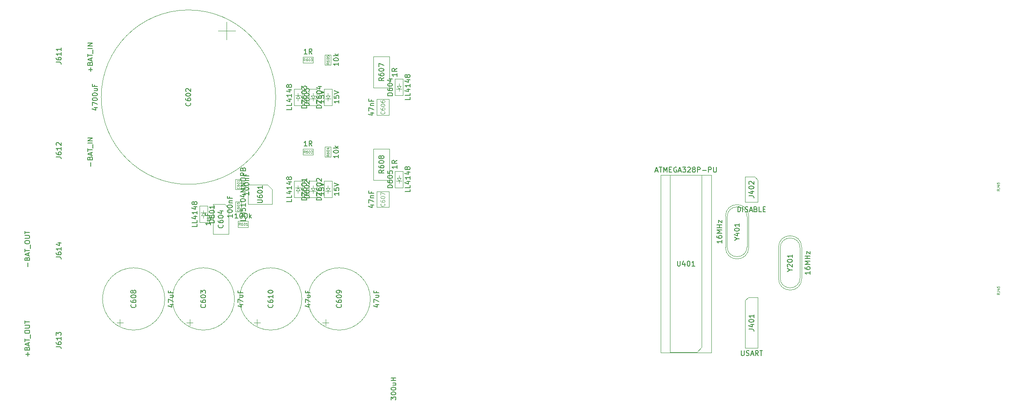
<source format=gbr>
G04 #@! TF.GenerationSoftware,KiCad,Pcbnew,5.1.4*
G04 #@! TF.CreationDate,2019-10-26T17:37:43-03:00*
G04 #@! TF.ProjectId,MCB19,4d434231-392e-46b6-9963-61645f706362,rev?*
G04 #@! TF.SameCoordinates,Original*
G04 #@! TF.FileFunction,Other,Fab,Top*
%FSLAX46Y46*%
G04 Gerber Fmt 4.6, Leading zero omitted, Abs format (unit mm)*
G04 Created by KiCad (PCBNEW 5.1.4) date 2019-10-26 17:37:43*
%MOMM*%
%LPD*%
G04 APERTURE LIST*
%ADD10C,0.100000*%
%ADD11C,0.150000*%
%ADD12C,0.120000*%
%ADD13C,0.080000*%
G04 APERTURE END LIST*
D10*
X123350000Y-81350000D02*
X123350000Y-87650000D01*
X120150000Y-81350000D02*
X123350000Y-81350000D01*
X120150000Y-87650000D02*
X120150000Y-81350000D01*
X123350000Y-87650000D02*
X120150000Y-87650000D01*
X123350000Y-62850000D02*
X123350000Y-69150000D01*
X120150000Y-62850000D02*
X123350000Y-62850000D01*
X120150000Y-69150000D02*
X120150000Y-62850000D01*
X123350000Y-69150000D02*
X120150000Y-69150000D01*
X120750000Y-74600000D02*
X120750000Y-71400000D01*
X123250000Y-74600000D02*
X120750000Y-74600000D01*
X123250000Y-71400000D02*
X123250000Y-74600000D01*
X120750000Y-71400000D02*
X123250000Y-71400000D01*
X120750000Y-93100000D02*
X120750000Y-89900000D01*
X123250000Y-93100000D02*
X120750000Y-93100000D01*
X123250000Y-89900000D02*
X123250000Y-93100000D01*
X120750000Y-89900000D02*
X123250000Y-89900000D01*
X68637500Y-116241489D02*
X69887500Y-116241489D01*
X69262500Y-116866489D02*
X69262500Y-115616489D01*
X78250000Y-111500000D02*
G75*
G03X78250000Y-111500000I-6250000J0D01*
G01*
X105000000Y-88750000D02*
X105000000Y-89150000D01*
X105000000Y-89150000D02*
X105550000Y-89150000D01*
X105000000Y-89150000D02*
X104450000Y-89150000D01*
X105000000Y-89150000D02*
X105400000Y-89750000D01*
X105400000Y-89750000D02*
X104600000Y-89750000D01*
X104600000Y-89750000D02*
X105000000Y-89150000D01*
X105000000Y-89750000D02*
X105000000Y-90250000D01*
X105800000Y-87850000D02*
X105800000Y-91150000D01*
X104200000Y-87850000D02*
X105800000Y-87850000D01*
X104200000Y-91150000D02*
X104200000Y-87850000D01*
X105800000Y-91150000D02*
X104200000Y-91150000D01*
X96137500Y-116241489D02*
X97387500Y-116241489D01*
X96762500Y-116866489D02*
X96762500Y-115616489D01*
X105750000Y-111500000D02*
G75*
G03X105750000Y-111500000I-6250000J0D01*
G01*
X109887500Y-116241489D02*
X111137500Y-116241489D01*
X110512500Y-116866489D02*
X110512500Y-115616489D01*
X119500000Y-111500000D02*
G75*
G03X119500000Y-111500000I-6250000J0D01*
G01*
X98860000Y-88550000D02*
X99835000Y-89525000D01*
X94935000Y-88550000D02*
X98860000Y-88550000D01*
X94935000Y-92450000D02*
X94935000Y-88550000D01*
X99835000Y-92450000D02*
X94935000Y-92450000D01*
X99835000Y-89525000D02*
X99835000Y-92450000D01*
X111600000Y-62500000D02*
X111600000Y-64500000D01*
X110400000Y-62500000D02*
X111600000Y-62500000D01*
X110400000Y-64500000D02*
X110400000Y-62500000D01*
X111600000Y-64500000D02*
X110400000Y-64500000D01*
X111600000Y-81000000D02*
X111600000Y-83000000D01*
X110400000Y-81000000D02*
X111600000Y-81000000D01*
X110400000Y-83000000D02*
X110400000Y-81000000D01*
X111600000Y-83000000D02*
X110400000Y-83000000D01*
X106000000Y-62900000D02*
X108000000Y-62900000D01*
X106000000Y-64100000D02*
X106000000Y-62900000D01*
X108000000Y-64100000D02*
X106000000Y-64100000D01*
X108000000Y-62900000D02*
X108000000Y-64100000D01*
X106000000Y-81400000D02*
X108000000Y-81400000D01*
X106000000Y-82600000D02*
X106000000Y-81400000D01*
X108000000Y-82600000D02*
X106000000Y-82600000D01*
X108000000Y-81400000D02*
X108000000Y-82600000D01*
X92975000Y-95900000D02*
X94975000Y-95900000D01*
X92975000Y-97100000D02*
X92975000Y-95900000D01*
X94975000Y-97100000D02*
X92975000Y-97100000D01*
X94975000Y-95900000D02*
X94975000Y-97100000D01*
X111000000Y-71750000D02*
X111000000Y-71350000D01*
X111000000Y-71350000D02*
X110450000Y-71350000D01*
X111000000Y-71350000D02*
X111550000Y-71350000D01*
X111000000Y-71350000D02*
X110600000Y-70750000D01*
X110600000Y-70750000D02*
X111400000Y-70750000D01*
X111400000Y-70750000D02*
X111000000Y-71350000D01*
X111000000Y-70750000D02*
X111000000Y-70250000D01*
X110200000Y-72650000D02*
X110200000Y-69350000D01*
X111800000Y-72650000D02*
X110200000Y-72650000D01*
X111800000Y-69350000D02*
X111800000Y-72650000D01*
X110200000Y-69350000D02*
X111800000Y-69350000D01*
X108000000Y-71750000D02*
X108000000Y-71350000D01*
X108000000Y-71350000D02*
X107450000Y-71350000D01*
X108000000Y-71350000D02*
X108550000Y-71350000D01*
X108000000Y-71350000D02*
X107600000Y-70750000D01*
X107600000Y-70750000D02*
X108400000Y-70750000D01*
X108400000Y-70750000D02*
X108000000Y-71350000D01*
X108000000Y-70750000D02*
X108000000Y-70250000D01*
X107200000Y-72650000D02*
X107200000Y-69350000D01*
X108800000Y-72650000D02*
X107200000Y-72650000D01*
X108800000Y-69350000D02*
X108800000Y-72650000D01*
X107200000Y-69350000D02*
X108800000Y-69350000D01*
X110200000Y-87850000D02*
X111800000Y-87850000D01*
X111800000Y-87850000D02*
X111800000Y-91150000D01*
X111800000Y-91150000D02*
X110200000Y-91150000D01*
X110200000Y-91150000D02*
X110200000Y-87850000D01*
X111000000Y-89250000D02*
X111000000Y-88750000D01*
X111400000Y-89250000D02*
X111000000Y-89850000D01*
X110600000Y-89250000D02*
X111400000Y-89250000D01*
X111000000Y-89850000D02*
X110600000Y-89250000D01*
X111000000Y-89850000D02*
X111550000Y-89850000D01*
X111000000Y-89850000D02*
X110450000Y-89850000D01*
X111000000Y-90250000D02*
X111000000Y-89850000D01*
X108000000Y-90250000D02*
X108000000Y-89850000D01*
X108000000Y-89850000D02*
X107450000Y-89850000D01*
X108000000Y-89850000D02*
X108550000Y-89850000D01*
X108000000Y-89850000D02*
X107600000Y-89250000D01*
X107600000Y-89250000D02*
X108400000Y-89250000D01*
X108400000Y-89250000D02*
X108000000Y-89850000D01*
X108000000Y-89250000D02*
X108000000Y-88750000D01*
X107200000Y-91150000D02*
X107200000Y-87850000D01*
X108800000Y-91150000D02*
X107200000Y-91150000D01*
X108800000Y-87850000D02*
X108800000Y-91150000D01*
X107200000Y-87850000D02*
X108800000Y-87850000D01*
X124450000Y-85850000D02*
X126050000Y-85850000D01*
X126050000Y-85850000D02*
X126050000Y-89150000D01*
X126050000Y-89150000D02*
X124450000Y-89150000D01*
X124450000Y-89150000D02*
X124450000Y-85850000D01*
X125250000Y-87250000D02*
X125250000Y-86750000D01*
X125650000Y-87250000D02*
X125250000Y-87850000D01*
X124850000Y-87250000D02*
X125650000Y-87250000D01*
X125250000Y-87850000D02*
X124850000Y-87250000D01*
X125250000Y-87850000D02*
X125800000Y-87850000D01*
X125250000Y-87850000D02*
X124700000Y-87850000D01*
X125250000Y-88250000D02*
X125250000Y-87850000D01*
X125250000Y-69750000D02*
X125250000Y-69350000D01*
X125250000Y-69350000D02*
X124700000Y-69350000D01*
X125250000Y-69350000D02*
X125800000Y-69350000D01*
X125250000Y-69350000D02*
X124850000Y-68750000D01*
X124850000Y-68750000D02*
X125650000Y-68750000D01*
X125650000Y-68750000D02*
X125250000Y-69350000D01*
X125250000Y-68750000D02*
X125250000Y-68250000D01*
X124450000Y-70650000D02*
X124450000Y-67350000D01*
X126050000Y-70650000D02*
X124450000Y-70650000D01*
X126050000Y-67350000D02*
X126050000Y-70650000D01*
X124450000Y-67350000D02*
X126050000Y-67350000D01*
X105000000Y-70250000D02*
X105000000Y-70650000D01*
X105000000Y-70650000D02*
X105550000Y-70650000D01*
X105000000Y-70650000D02*
X104450000Y-70650000D01*
X105000000Y-70650000D02*
X105400000Y-71250000D01*
X105400000Y-71250000D02*
X104600000Y-71250000D01*
X104600000Y-71250000D02*
X105000000Y-70650000D01*
X105000000Y-71250000D02*
X105000000Y-71750000D01*
X105800000Y-69350000D02*
X105800000Y-72650000D01*
X104200000Y-69350000D02*
X105800000Y-69350000D01*
X104200000Y-72650000D02*
X104200000Y-69350000D01*
X105800000Y-72650000D02*
X104200000Y-72650000D01*
X86000000Y-93750000D02*
X86000000Y-94150000D01*
X86000000Y-94150000D02*
X86550000Y-94150000D01*
X86000000Y-94150000D02*
X85450000Y-94150000D01*
X86000000Y-94150000D02*
X86400000Y-94750000D01*
X86400000Y-94750000D02*
X85600000Y-94750000D01*
X85600000Y-94750000D02*
X86000000Y-94150000D01*
X86000000Y-94750000D02*
X86000000Y-95250000D01*
X86800000Y-92850000D02*
X86800000Y-96150000D01*
X85200000Y-92850000D02*
X86800000Y-92850000D01*
X85200000Y-96150000D02*
X85200000Y-92850000D01*
X86800000Y-96150000D02*
X85200000Y-96150000D01*
X92400000Y-94000000D02*
X92400000Y-92000000D01*
X93600000Y-94000000D02*
X92400000Y-94000000D01*
X93600000Y-92000000D02*
X93600000Y-94000000D01*
X92400000Y-92000000D02*
X93600000Y-92000000D01*
X87900000Y-98500000D02*
X91100000Y-98500000D01*
X87900000Y-92500000D02*
X87900000Y-98500000D01*
X90300000Y-92500000D02*
X87900000Y-92500000D01*
X91100000Y-93300000D02*
X90300000Y-92500000D01*
X91100000Y-98500000D02*
X91100000Y-93300000D01*
X82637500Y-116241489D02*
X83887500Y-116241489D01*
X83262500Y-116866489D02*
X83262500Y-115616489D01*
X92250000Y-111500000D02*
G75*
G03X92250000Y-111500000I-6250000J0D01*
G01*
X92437500Y-57684859D02*
X88937500Y-57684859D01*
X90687500Y-55934859D02*
X90687500Y-59434859D01*
X100500000Y-71000000D02*
G75*
G03X100500000Y-71000000I-17500000J0D01*
G01*
X93600000Y-87500000D02*
X93600000Y-89500000D01*
X92400000Y-87500000D02*
X93600000Y-87500000D01*
X92400000Y-89500000D02*
X92400000Y-87500000D01*
X93600000Y-89500000D02*
X92400000Y-89500000D01*
X194730000Y-86980000D02*
X196635000Y-86980000D01*
X196635000Y-86980000D02*
X197270000Y-87615000D01*
X197270000Y-87615000D02*
X197270000Y-92060000D01*
X197270000Y-92060000D02*
X194730000Y-92060000D01*
X194730000Y-92060000D02*
X194730000Y-86980000D01*
X185015000Y-122220000D02*
X179665000Y-122220000D01*
X179665000Y-122220000D02*
X179665000Y-86660000D01*
X179665000Y-86660000D02*
X186015000Y-86660000D01*
X186015000Y-86660000D02*
X186015000Y-121220000D01*
X186015000Y-121220000D02*
X185015000Y-122220000D01*
X187920000Y-122280000D02*
X187920000Y-86600000D01*
X187920000Y-86600000D02*
X177760000Y-86600000D01*
X177760000Y-86600000D02*
X177760000Y-122280000D01*
X177760000Y-122280000D02*
X187920000Y-122280000D01*
X195365000Y-111190000D02*
X197270000Y-111190000D01*
X197270000Y-111190000D02*
X197270000Y-121350000D01*
X197270000Y-121350000D02*
X194730000Y-121350000D01*
X194730000Y-121350000D02*
X194730000Y-111825000D01*
X194730000Y-111825000D02*
X195365000Y-111190000D01*
X201409000Y-107401000D02*
X201409000Y-101151000D01*
X206059000Y-107401000D02*
X206059000Y-101151000D01*
X201734000Y-107276000D02*
X201734000Y-101276000D01*
X205734000Y-107276000D02*
X205734000Y-101276000D01*
X206059000Y-107401000D02*
G75*
G02X201409000Y-107401000I-2325000J0D01*
G01*
X206059000Y-101151000D02*
G75*
G03X201409000Y-101151000I-2325000J0D01*
G01*
X205734000Y-107276000D02*
G75*
G02X201734000Y-107276000I-2000000J0D01*
G01*
X205734000Y-101276000D02*
G75*
G03X201734000Y-101276000I-2000000J0D01*
G01*
X195421000Y-94899000D02*
X195421000Y-101149000D01*
X190771000Y-94899000D02*
X190771000Y-101149000D01*
X195096000Y-95024000D02*
X195096000Y-101024000D01*
X191096000Y-95024000D02*
X191096000Y-101024000D01*
X190771000Y-94899000D02*
G75*
G02X195421000Y-94899000I2325000J0D01*
G01*
X190771000Y-101149000D02*
G75*
G03X195421000Y-101149000I2325000J0D01*
G01*
X191096000Y-95024000D02*
G75*
G02X195096000Y-95024000I2000000J0D01*
G01*
X191096000Y-101024000D02*
G75*
G03X195096000Y-101024000I2000000J0D01*
G01*
D11*
X124822380Y-84714285D02*
X124822380Y-85285714D01*
X124822380Y-85000000D02*
X123822380Y-85000000D01*
X123965238Y-85095238D01*
X124060476Y-85190476D01*
X124108095Y-85285714D01*
X124822380Y-83714285D02*
X124346190Y-84047619D01*
X124822380Y-84285714D02*
X123822380Y-84285714D01*
X123822380Y-83904761D01*
X123870000Y-83809523D01*
X123917619Y-83761904D01*
X124012857Y-83714285D01*
X124155714Y-83714285D01*
X124250952Y-83761904D01*
X124298571Y-83809523D01*
X124346190Y-83904761D01*
X124346190Y-84285714D01*
X122202380Y-85619047D02*
X121726190Y-85952380D01*
X122202380Y-86190476D02*
X121202380Y-86190476D01*
X121202380Y-85809523D01*
X121250000Y-85714285D01*
X121297619Y-85666666D01*
X121392857Y-85619047D01*
X121535714Y-85619047D01*
X121630952Y-85666666D01*
X121678571Y-85714285D01*
X121726190Y-85809523D01*
X121726190Y-86190476D01*
X121202380Y-84761904D02*
X121202380Y-84952380D01*
X121250000Y-85047619D01*
X121297619Y-85095238D01*
X121440476Y-85190476D01*
X121630952Y-85238095D01*
X122011904Y-85238095D01*
X122107142Y-85190476D01*
X122154761Y-85142857D01*
X122202380Y-85047619D01*
X122202380Y-84857142D01*
X122154761Y-84761904D01*
X122107142Y-84714285D01*
X122011904Y-84666666D01*
X121773809Y-84666666D01*
X121678571Y-84714285D01*
X121630952Y-84761904D01*
X121583333Y-84857142D01*
X121583333Y-85047619D01*
X121630952Y-85142857D01*
X121678571Y-85190476D01*
X121773809Y-85238095D01*
X121202380Y-84047619D02*
X121202380Y-83952380D01*
X121250000Y-83857142D01*
X121297619Y-83809523D01*
X121392857Y-83761904D01*
X121583333Y-83714285D01*
X121821428Y-83714285D01*
X122011904Y-83761904D01*
X122107142Y-83809523D01*
X122154761Y-83857142D01*
X122202380Y-83952380D01*
X122202380Y-84047619D01*
X122154761Y-84142857D01*
X122107142Y-84190476D01*
X122011904Y-84238095D01*
X121821428Y-84285714D01*
X121583333Y-84285714D01*
X121392857Y-84238095D01*
X121297619Y-84190476D01*
X121250000Y-84142857D01*
X121202380Y-84047619D01*
X121630952Y-83142857D02*
X121583333Y-83238095D01*
X121535714Y-83285714D01*
X121440476Y-83333333D01*
X121392857Y-83333333D01*
X121297619Y-83285714D01*
X121250000Y-83238095D01*
X121202380Y-83142857D01*
X121202380Y-82952380D01*
X121250000Y-82857142D01*
X121297619Y-82809523D01*
X121392857Y-82761904D01*
X121440476Y-82761904D01*
X121535714Y-82809523D01*
X121583333Y-82857142D01*
X121630952Y-82952380D01*
X121630952Y-83142857D01*
X121678571Y-83238095D01*
X121726190Y-83285714D01*
X121821428Y-83333333D01*
X122011904Y-83333333D01*
X122107142Y-83285714D01*
X122154761Y-83238095D01*
X122202380Y-83142857D01*
X122202380Y-82952380D01*
X122154761Y-82857142D01*
X122107142Y-82809523D01*
X122011904Y-82761904D01*
X121821428Y-82761904D01*
X121726190Y-82809523D01*
X121678571Y-82857142D01*
X121630952Y-82952380D01*
X124822380Y-66214285D02*
X124822380Y-66785714D01*
X124822380Y-66500000D02*
X123822380Y-66500000D01*
X123965238Y-66595238D01*
X124060476Y-66690476D01*
X124108095Y-66785714D01*
X124822380Y-65214285D02*
X124346190Y-65547619D01*
X124822380Y-65785714D02*
X123822380Y-65785714D01*
X123822380Y-65404761D01*
X123870000Y-65309523D01*
X123917619Y-65261904D01*
X124012857Y-65214285D01*
X124155714Y-65214285D01*
X124250952Y-65261904D01*
X124298571Y-65309523D01*
X124346190Y-65404761D01*
X124346190Y-65785714D01*
X122202380Y-67119047D02*
X121726190Y-67452380D01*
X122202380Y-67690476D02*
X121202380Y-67690476D01*
X121202380Y-67309523D01*
X121250000Y-67214285D01*
X121297619Y-67166666D01*
X121392857Y-67119047D01*
X121535714Y-67119047D01*
X121630952Y-67166666D01*
X121678571Y-67214285D01*
X121726190Y-67309523D01*
X121726190Y-67690476D01*
X121202380Y-66261904D02*
X121202380Y-66452380D01*
X121250000Y-66547619D01*
X121297619Y-66595238D01*
X121440476Y-66690476D01*
X121630952Y-66738095D01*
X122011904Y-66738095D01*
X122107142Y-66690476D01*
X122154761Y-66642857D01*
X122202380Y-66547619D01*
X122202380Y-66357142D01*
X122154761Y-66261904D01*
X122107142Y-66214285D01*
X122011904Y-66166666D01*
X121773809Y-66166666D01*
X121678571Y-66214285D01*
X121630952Y-66261904D01*
X121583333Y-66357142D01*
X121583333Y-66547619D01*
X121630952Y-66642857D01*
X121678571Y-66690476D01*
X121773809Y-66738095D01*
X121202380Y-65547619D02*
X121202380Y-65452380D01*
X121250000Y-65357142D01*
X121297619Y-65309523D01*
X121392857Y-65261904D01*
X121583333Y-65214285D01*
X121821428Y-65214285D01*
X122011904Y-65261904D01*
X122107142Y-65309523D01*
X122154761Y-65357142D01*
X122202380Y-65452380D01*
X122202380Y-65547619D01*
X122154761Y-65642857D01*
X122107142Y-65690476D01*
X122011904Y-65738095D01*
X121821428Y-65785714D01*
X121583333Y-65785714D01*
X121392857Y-65738095D01*
X121297619Y-65690476D01*
X121250000Y-65642857D01*
X121202380Y-65547619D01*
X121202380Y-64880952D02*
X121202380Y-64214285D01*
X122202380Y-64642857D01*
X123642380Y-131761904D02*
X123642380Y-131142857D01*
X124023333Y-131476190D01*
X124023333Y-131333333D01*
X124070952Y-131238095D01*
X124118571Y-131190476D01*
X124213809Y-131142857D01*
X124451904Y-131142857D01*
X124547142Y-131190476D01*
X124594761Y-131238095D01*
X124642380Y-131333333D01*
X124642380Y-131619047D01*
X124594761Y-131714285D01*
X124547142Y-131761904D01*
X123642380Y-130523809D02*
X123642380Y-130428571D01*
X123690000Y-130333333D01*
X123737619Y-130285714D01*
X123832857Y-130238095D01*
X124023333Y-130190476D01*
X124261428Y-130190476D01*
X124451904Y-130238095D01*
X124547142Y-130285714D01*
X124594761Y-130333333D01*
X124642380Y-130428571D01*
X124642380Y-130523809D01*
X124594761Y-130619047D01*
X124547142Y-130666666D01*
X124451904Y-130714285D01*
X124261428Y-130761904D01*
X124023333Y-130761904D01*
X123832857Y-130714285D01*
X123737619Y-130666666D01*
X123690000Y-130619047D01*
X123642380Y-130523809D01*
X123642380Y-129571428D02*
X123642380Y-129476190D01*
X123690000Y-129380952D01*
X123737619Y-129333333D01*
X123832857Y-129285714D01*
X124023333Y-129238095D01*
X124261428Y-129238095D01*
X124451904Y-129285714D01*
X124547142Y-129333333D01*
X124594761Y-129380952D01*
X124642380Y-129476190D01*
X124642380Y-129571428D01*
X124594761Y-129666666D01*
X124547142Y-129714285D01*
X124451904Y-129761904D01*
X124261428Y-129809523D01*
X124023333Y-129809523D01*
X123832857Y-129761904D01*
X123737619Y-129714285D01*
X123690000Y-129666666D01*
X123642380Y-129571428D01*
X123975714Y-128380952D02*
X124642380Y-128380952D01*
X123975714Y-128809523D02*
X124499523Y-128809523D01*
X124594761Y-128761904D01*
X124642380Y-128666666D01*
X124642380Y-128523809D01*
X124594761Y-128428571D01*
X124547142Y-128380952D01*
X124642380Y-127904761D02*
X123642380Y-127904761D01*
X124118571Y-127904761D02*
X124118571Y-127333333D01*
X124642380Y-127333333D02*
X123642380Y-127333333D01*
X119505714Y-74166666D02*
X120172380Y-74166666D01*
X119124761Y-74404761D02*
X119839047Y-74642857D01*
X119839047Y-74023809D01*
X119172380Y-73738095D02*
X119172380Y-73071428D01*
X120172380Y-73500000D01*
X119505714Y-72690476D02*
X120172380Y-72690476D01*
X119600952Y-72690476D02*
X119553333Y-72642857D01*
X119505714Y-72547619D01*
X119505714Y-72404761D01*
X119553333Y-72309523D01*
X119648571Y-72261904D01*
X120172380Y-72261904D01*
X119648571Y-71452380D02*
X119648571Y-71785714D01*
X120172380Y-71785714D02*
X119172380Y-71785714D01*
X119172380Y-71309523D01*
D12*
X122285714Y-73895238D02*
X122323809Y-73933333D01*
X122361904Y-74047619D01*
X122361904Y-74123809D01*
X122323809Y-74238095D01*
X122247619Y-74314285D01*
X122171428Y-74352380D01*
X122019047Y-74390476D01*
X121904761Y-74390476D01*
X121752380Y-74352380D01*
X121676190Y-74314285D01*
X121600000Y-74238095D01*
X121561904Y-74123809D01*
X121561904Y-74047619D01*
X121600000Y-73933333D01*
X121638095Y-73895238D01*
X121561904Y-73209523D02*
X121561904Y-73361904D01*
X121600000Y-73438095D01*
X121638095Y-73476190D01*
X121752380Y-73552380D01*
X121904761Y-73590476D01*
X122209523Y-73590476D01*
X122285714Y-73552380D01*
X122323809Y-73514285D01*
X122361904Y-73438095D01*
X122361904Y-73285714D01*
X122323809Y-73209523D01*
X122285714Y-73171428D01*
X122209523Y-73133333D01*
X122019047Y-73133333D01*
X121942857Y-73171428D01*
X121904761Y-73209523D01*
X121866666Y-73285714D01*
X121866666Y-73438095D01*
X121904761Y-73514285D01*
X121942857Y-73552380D01*
X122019047Y-73590476D01*
X121561904Y-72638095D02*
X121561904Y-72561904D01*
X121600000Y-72485714D01*
X121638095Y-72447619D01*
X121714285Y-72409523D01*
X121866666Y-72371428D01*
X122057142Y-72371428D01*
X122209523Y-72409523D01*
X122285714Y-72447619D01*
X122323809Y-72485714D01*
X122361904Y-72561904D01*
X122361904Y-72638095D01*
X122323809Y-72714285D01*
X122285714Y-72752380D01*
X122209523Y-72790476D01*
X122057142Y-72828571D01*
X121866666Y-72828571D01*
X121714285Y-72790476D01*
X121638095Y-72752380D01*
X121600000Y-72714285D01*
X121561904Y-72638095D01*
X121561904Y-71685714D02*
X121561904Y-71838095D01*
X121600000Y-71914285D01*
X121638095Y-71952380D01*
X121752380Y-72028571D01*
X121904761Y-72066666D01*
X122209523Y-72066666D01*
X122285714Y-72028571D01*
X122323809Y-71990476D01*
X122361904Y-71914285D01*
X122361904Y-71761904D01*
X122323809Y-71685714D01*
X122285714Y-71647619D01*
X122209523Y-71609523D01*
X122019047Y-71609523D01*
X121942857Y-71647619D01*
X121904761Y-71685714D01*
X121866666Y-71761904D01*
X121866666Y-71914285D01*
X121904761Y-71990476D01*
X121942857Y-72028571D01*
X122019047Y-72066666D01*
D11*
X119505714Y-92666666D02*
X120172380Y-92666666D01*
X119124761Y-92904761D02*
X119839047Y-93142857D01*
X119839047Y-92523809D01*
X119172380Y-92238095D02*
X119172380Y-91571428D01*
X120172380Y-92000000D01*
X119505714Y-91190476D02*
X120172380Y-91190476D01*
X119600952Y-91190476D02*
X119553333Y-91142857D01*
X119505714Y-91047619D01*
X119505714Y-90904761D01*
X119553333Y-90809523D01*
X119648571Y-90761904D01*
X120172380Y-90761904D01*
X119648571Y-89952380D02*
X119648571Y-90285714D01*
X120172380Y-90285714D02*
X119172380Y-90285714D01*
X119172380Y-89809523D01*
D12*
X122285714Y-92395238D02*
X122323809Y-92433333D01*
X122361904Y-92547619D01*
X122361904Y-92623809D01*
X122323809Y-92738095D01*
X122247619Y-92814285D01*
X122171428Y-92852380D01*
X122019047Y-92890476D01*
X121904761Y-92890476D01*
X121752380Y-92852380D01*
X121676190Y-92814285D01*
X121600000Y-92738095D01*
X121561904Y-92623809D01*
X121561904Y-92547619D01*
X121600000Y-92433333D01*
X121638095Y-92395238D01*
X121561904Y-91709523D02*
X121561904Y-91861904D01*
X121600000Y-91938095D01*
X121638095Y-91976190D01*
X121752380Y-92052380D01*
X121904761Y-92090476D01*
X122209523Y-92090476D01*
X122285714Y-92052380D01*
X122323809Y-92014285D01*
X122361904Y-91938095D01*
X122361904Y-91785714D01*
X122323809Y-91709523D01*
X122285714Y-91671428D01*
X122209523Y-91633333D01*
X122019047Y-91633333D01*
X121942857Y-91671428D01*
X121904761Y-91709523D01*
X121866666Y-91785714D01*
X121866666Y-91938095D01*
X121904761Y-92014285D01*
X121942857Y-92052380D01*
X122019047Y-92090476D01*
X121561904Y-91138095D02*
X121561904Y-91061904D01*
X121600000Y-90985714D01*
X121638095Y-90947619D01*
X121714285Y-90909523D01*
X121866666Y-90871428D01*
X122057142Y-90871428D01*
X122209523Y-90909523D01*
X122285714Y-90947619D01*
X122323809Y-90985714D01*
X122361904Y-91061904D01*
X122361904Y-91138095D01*
X122323809Y-91214285D01*
X122285714Y-91252380D01*
X122209523Y-91290476D01*
X122057142Y-91328571D01*
X121866666Y-91328571D01*
X121714285Y-91290476D01*
X121638095Y-91252380D01*
X121600000Y-91214285D01*
X121561904Y-91138095D01*
X121561904Y-90604761D02*
X121561904Y-90071428D01*
X122361904Y-90414285D01*
D11*
X79285714Y-112666666D02*
X79952380Y-112666666D01*
X78904761Y-112904761D02*
X79619047Y-113142857D01*
X79619047Y-112523809D01*
X78952380Y-112238095D02*
X78952380Y-111571428D01*
X79952380Y-112000000D01*
X79285714Y-110761904D02*
X79952380Y-110761904D01*
X79285714Y-111190476D02*
X79809523Y-111190476D01*
X79904761Y-111142857D01*
X79952380Y-111047619D01*
X79952380Y-110904761D01*
X79904761Y-110809523D01*
X79857142Y-110761904D01*
X79428571Y-109952380D02*
X79428571Y-110285714D01*
X79952380Y-110285714D02*
X78952380Y-110285714D01*
X78952380Y-109809523D01*
X72357142Y-112619047D02*
X72404761Y-112666666D01*
X72452380Y-112809523D01*
X72452380Y-112904761D01*
X72404761Y-113047619D01*
X72309523Y-113142857D01*
X72214285Y-113190476D01*
X72023809Y-113238095D01*
X71880952Y-113238095D01*
X71690476Y-113190476D01*
X71595238Y-113142857D01*
X71500000Y-113047619D01*
X71452380Y-112904761D01*
X71452380Y-112809523D01*
X71500000Y-112666666D01*
X71547619Y-112619047D01*
X71452380Y-111761904D02*
X71452380Y-111952380D01*
X71500000Y-112047619D01*
X71547619Y-112095238D01*
X71690476Y-112190476D01*
X71880952Y-112238095D01*
X72261904Y-112238095D01*
X72357142Y-112190476D01*
X72404761Y-112142857D01*
X72452380Y-112047619D01*
X72452380Y-111857142D01*
X72404761Y-111761904D01*
X72357142Y-111714285D01*
X72261904Y-111666666D01*
X72023809Y-111666666D01*
X71928571Y-111714285D01*
X71880952Y-111761904D01*
X71833333Y-111857142D01*
X71833333Y-112047619D01*
X71880952Y-112142857D01*
X71928571Y-112190476D01*
X72023809Y-112238095D01*
X71452380Y-111047619D02*
X71452380Y-110952380D01*
X71500000Y-110857142D01*
X71547619Y-110809523D01*
X71642857Y-110761904D01*
X71833333Y-110714285D01*
X72071428Y-110714285D01*
X72261904Y-110761904D01*
X72357142Y-110809523D01*
X72404761Y-110857142D01*
X72452380Y-110952380D01*
X72452380Y-111047619D01*
X72404761Y-111142857D01*
X72357142Y-111190476D01*
X72261904Y-111238095D01*
X72071428Y-111285714D01*
X71833333Y-111285714D01*
X71642857Y-111238095D01*
X71547619Y-111190476D01*
X71500000Y-111142857D01*
X71452380Y-111047619D01*
X71880952Y-110142857D02*
X71833333Y-110238095D01*
X71785714Y-110285714D01*
X71690476Y-110333333D01*
X71642857Y-110333333D01*
X71547619Y-110285714D01*
X71500000Y-110238095D01*
X71452380Y-110142857D01*
X71452380Y-109952380D01*
X71500000Y-109857142D01*
X71547619Y-109809523D01*
X71642857Y-109761904D01*
X71690476Y-109761904D01*
X71785714Y-109809523D01*
X71833333Y-109857142D01*
X71880952Y-109952380D01*
X71880952Y-110142857D01*
X71928571Y-110238095D01*
X71976190Y-110285714D01*
X72071428Y-110333333D01*
X72261904Y-110333333D01*
X72357142Y-110285714D01*
X72404761Y-110238095D01*
X72452380Y-110142857D01*
X72452380Y-109952380D01*
X72404761Y-109857142D01*
X72357142Y-109809523D01*
X72261904Y-109761904D01*
X72071428Y-109761904D01*
X71976190Y-109809523D01*
X71928571Y-109857142D01*
X71880952Y-109952380D01*
X50771428Y-123000000D02*
X50771428Y-122238095D01*
X51152380Y-122619047D02*
X50390476Y-122619047D01*
X50628571Y-121428571D02*
X50676190Y-121285714D01*
X50723809Y-121238095D01*
X50819047Y-121190476D01*
X50961904Y-121190476D01*
X51057142Y-121238095D01*
X51104761Y-121285714D01*
X51152380Y-121380952D01*
X51152380Y-121761904D01*
X50152380Y-121761904D01*
X50152380Y-121428571D01*
X50200000Y-121333333D01*
X50247619Y-121285714D01*
X50342857Y-121238095D01*
X50438095Y-121238095D01*
X50533333Y-121285714D01*
X50580952Y-121333333D01*
X50628571Y-121428571D01*
X50628571Y-121761904D01*
X50866666Y-120809523D02*
X50866666Y-120333333D01*
X51152380Y-120904761D02*
X50152380Y-120571428D01*
X51152380Y-120238095D01*
X50152380Y-120047619D02*
X50152380Y-119476190D01*
X51152380Y-119761904D02*
X50152380Y-119761904D01*
X51247619Y-119380952D02*
X51247619Y-118619047D01*
X50152380Y-118190476D02*
X50152380Y-118000000D01*
X50200000Y-117904761D01*
X50295238Y-117809523D01*
X50485714Y-117761904D01*
X50819047Y-117761904D01*
X51009523Y-117809523D01*
X51104761Y-117904761D01*
X51152380Y-118000000D01*
X51152380Y-118190476D01*
X51104761Y-118285714D01*
X51009523Y-118380952D01*
X50819047Y-118428571D01*
X50485714Y-118428571D01*
X50295238Y-118380952D01*
X50200000Y-118285714D01*
X50152380Y-118190476D01*
X50152380Y-117333333D02*
X50961904Y-117333333D01*
X51057142Y-117285714D01*
X51104761Y-117238095D01*
X51152380Y-117142857D01*
X51152380Y-116952380D01*
X51104761Y-116857142D01*
X51057142Y-116809523D01*
X50961904Y-116761904D01*
X50152380Y-116761904D01*
X50152380Y-116428571D02*
X50152380Y-115857142D01*
X51152380Y-116142857D02*
X50152380Y-116142857D01*
X56452380Y-121085714D02*
X57166666Y-121085714D01*
X57309523Y-121133333D01*
X57404761Y-121228571D01*
X57452380Y-121371428D01*
X57452380Y-121466666D01*
X56452380Y-120180952D02*
X56452380Y-120371428D01*
X56500000Y-120466666D01*
X56547619Y-120514285D01*
X56690476Y-120609523D01*
X56880952Y-120657142D01*
X57261904Y-120657142D01*
X57357142Y-120609523D01*
X57404761Y-120561904D01*
X57452380Y-120466666D01*
X57452380Y-120276190D01*
X57404761Y-120180952D01*
X57357142Y-120133333D01*
X57261904Y-120085714D01*
X57023809Y-120085714D01*
X56928571Y-120133333D01*
X56880952Y-120180952D01*
X56833333Y-120276190D01*
X56833333Y-120466666D01*
X56880952Y-120561904D01*
X56928571Y-120609523D01*
X57023809Y-120657142D01*
X57452380Y-119133333D02*
X57452380Y-119704761D01*
X57452380Y-119419047D02*
X56452380Y-119419047D01*
X56595238Y-119514285D01*
X56690476Y-119609523D01*
X56738095Y-119704761D01*
X56452380Y-118800000D02*
X56452380Y-118180952D01*
X56833333Y-118514285D01*
X56833333Y-118371428D01*
X56880952Y-118276190D01*
X56928571Y-118228571D01*
X57023809Y-118180952D01*
X57261904Y-118180952D01*
X57357142Y-118228571D01*
X57404761Y-118276190D01*
X57452380Y-118371428D01*
X57452380Y-118657142D01*
X57404761Y-118752380D01*
X57357142Y-118800000D01*
X103702380Y-91500000D02*
X103702380Y-91976190D01*
X102702380Y-91976190D01*
X103702380Y-90690476D02*
X103702380Y-91166666D01*
X102702380Y-91166666D01*
X103035714Y-89928571D02*
X103702380Y-89928571D01*
X102654761Y-90166666D02*
X103369047Y-90404761D01*
X103369047Y-89785714D01*
X103702380Y-88880952D02*
X103702380Y-89452380D01*
X103702380Y-89166666D02*
X102702380Y-89166666D01*
X102845238Y-89261904D01*
X102940476Y-89357142D01*
X102988095Y-89452380D01*
X103035714Y-88023809D02*
X103702380Y-88023809D01*
X102654761Y-88261904D02*
X103369047Y-88500000D01*
X103369047Y-87880952D01*
X103130952Y-87357142D02*
X103083333Y-87452380D01*
X103035714Y-87500000D01*
X102940476Y-87547619D01*
X102892857Y-87547619D01*
X102797619Y-87500000D01*
X102750000Y-87452380D01*
X102702380Y-87357142D01*
X102702380Y-87166666D01*
X102750000Y-87071428D01*
X102797619Y-87023809D01*
X102892857Y-86976190D01*
X102940476Y-86976190D01*
X103035714Y-87023809D01*
X103083333Y-87071428D01*
X103130952Y-87166666D01*
X103130952Y-87357142D01*
X103178571Y-87452380D01*
X103226190Y-87500000D01*
X103321428Y-87547619D01*
X103511904Y-87547619D01*
X103607142Y-87500000D01*
X103654761Y-87452380D01*
X103702380Y-87357142D01*
X103702380Y-87166666D01*
X103654761Y-87071428D01*
X103607142Y-87023809D01*
X103511904Y-86976190D01*
X103321428Y-86976190D01*
X103226190Y-87023809D01*
X103178571Y-87071428D01*
X103130952Y-87166666D01*
X107202380Y-91190476D02*
X106202380Y-91190476D01*
X106202380Y-90952380D01*
X106250000Y-90809523D01*
X106345238Y-90714285D01*
X106440476Y-90666666D01*
X106630952Y-90619047D01*
X106773809Y-90619047D01*
X106964285Y-90666666D01*
X107059523Y-90714285D01*
X107154761Y-90809523D01*
X107202380Y-90952380D01*
X107202380Y-91190476D01*
X106202380Y-89761904D02*
X106202380Y-89952380D01*
X106250000Y-90047619D01*
X106297619Y-90095238D01*
X106440476Y-90190476D01*
X106630952Y-90238095D01*
X107011904Y-90238095D01*
X107107142Y-90190476D01*
X107154761Y-90142857D01*
X107202380Y-90047619D01*
X107202380Y-89857142D01*
X107154761Y-89761904D01*
X107107142Y-89714285D01*
X107011904Y-89666666D01*
X106773809Y-89666666D01*
X106678571Y-89714285D01*
X106630952Y-89761904D01*
X106583333Y-89857142D01*
X106583333Y-90047619D01*
X106630952Y-90142857D01*
X106678571Y-90190476D01*
X106773809Y-90238095D01*
X106202380Y-89047619D02*
X106202380Y-88952380D01*
X106250000Y-88857142D01*
X106297619Y-88809523D01*
X106392857Y-88761904D01*
X106583333Y-88714285D01*
X106821428Y-88714285D01*
X107011904Y-88761904D01*
X107107142Y-88809523D01*
X107154761Y-88857142D01*
X107202380Y-88952380D01*
X107202380Y-89047619D01*
X107154761Y-89142857D01*
X107107142Y-89190476D01*
X107011904Y-89238095D01*
X106821428Y-89285714D01*
X106583333Y-89285714D01*
X106392857Y-89238095D01*
X106297619Y-89190476D01*
X106250000Y-89142857D01*
X106202380Y-89047619D01*
X106297619Y-88333333D02*
X106250000Y-88285714D01*
X106202380Y-88190476D01*
X106202380Y-87952380D01*
X106250000Y-87857142D01*
X106297619Y-87809523D01*
X106392857Y-87761904D01*
X106488095Y-87761904D01*
X106630952Y-87809523D01*
X107202380Y-88380952D01*
X107202380Y-87761904D01*
X106785714Y-112666666D02*
X107452380Y-112666666D01*
X106404761Y-112904761D02*
X107119047Y-113142857D01*
X107119047Y-112523809D01*
X106452380Y-112238095D02*
X106452380Y-111571428D01*
X107452380Y-112000000D01*
X106785714Y-110761904D02*
X107452380Y-110761904D01*
X106785714Y-111190476D02*
X107309523Y-111190476D01*
X107404761Y-111142857D01*
X107452380Y-111047619D01*
X107452380Y-110904761D01*
X107404761Y-110809523D01*
X107357142Y-110761904D01*
X106928571Y-109952380D02*
X106928571Y-110285714D01*
X107452380Y-110285714D02*
X106452380Y-110285714D01*
X106452380Y-109809523D01*
X99857142Y-112619047D02*
X99904761Y-112666666D01*
X99952380Y-112809523D01*
X99952380Y-112904761D01*
X99904761Y-113047619D01*
X99809523Y-113142857D01*
X99714285Y-113190476D01*
X99523809Y-113238095D01*
X99380952Y-113238095D01*
X99190476Y-113190476D01*
X99095238Y-113142857D01*
X99000000Y-113047619D01*
X98952380Y-112904761D01*
X98952380Y-112809523D01*
X99000000Y-112666666D01*
X99047619Y-112619047D01*
X98952380Y-111761904D02*
X98952380Y-111952380D01*
X99000000Y-112047619D01*
X99047619Y-112095238D01*
X99190476Y-112190476D01*
X99380952Y-112238095D01*
X99761904Y-112238095D01*
X99857142Y-112190476D01*
X99904761Y-112142857D01*
X99952380Y-112047619D01*
X99952380Y-111857142D01*
X99904761Y-111761904D01*
X99857142Y-111714285D01*
X99761904Y-111666666D01*
X99523809Y-111666666D01*
X99428571Y-111714285D01*
X99380952Y-111761904D01*
X99333333Y-111857142D01*
X99333333Y-112047619D01*
X99380952Y-112142857D01*
X99428571Y-112190476D01*
X99523809Y-112238095D01*
X99952380Y-110714285D02*
X99952380Y-111285714D01*
X99952380Y-111000000D02*
X98952380Y-111000000D01*
X99095238Y-111095238D01*
X99190476Y-111190476D01*
X99238095Y-111285714D01*
X98952380Y-110095238D02*
X98952380Y-110000000D01*
X99000000Y-109904761D01*
X99047619Y-109857142D01*
X99142857Y-109809523D01*
X99333333Y-109761904D01*
X99571428Y-109761904D01*
X99761904Y-109809523D01*
X99857142Y-109857142D01*
X99904761Y-109904761D01*
X99952380Y-110000000D01*
X99952380Y-110095238D01*
X99904761Y-110190476D01*
X99857142Y-110238095D01*
X99761904Y-110285714D01*
X99571428Y-110333333D01*
X99333333Y-110333333D01*
X99142857Y-110285714D01*
X99047619Y-110238095D01*
X99000000Y-110190476D01*
X98952380Y-110095238D01*
X120535714Y-112666666D02*
X121202380Y-112666666D01*
X120154761Y-112904761D02*
X120869047Y-113142857D01*
X120869047Y-112523809D01*
X120202380Y-112238095D02*
X120202380Y-111571428D01*
X121202380Y-112000000D01*
X120535714Y-110761904D02*
X121202380Y-110761904D01*
X120535714Y-111190476D02*
X121059523Y-111190476D01*
X121154761Y-111142857D01*
X121202380Y-111047619D01*
X121202380Y-110904761D01*
X121154761Y-110809523D01*
X121107142Y-110761904D01*
X120678571Y-109952380D02*
X120678571Y-110285714D01*
X121202380Y-110285714D02*
X120202380Y-110285714D01*
X120202380Y-109809523D01*
X113607142Y-112619047D02*
X113654761Y-112666666D01*
X113702380Y-112809523D01*
X113702380Y-112904761D01*
X113654761Y-113047619D01*
X113559523Y-113142857D01*
X113464285Y-113190476D01*
X113273809Y-113238095D01*
X113130952Y-113238095D01*
X112940476Y-113190476D01*
X112845238Y-113142857D01*
X112750000Y-113047619D01*
X112702380Y-112904761D01*
X112702380Y-112809523D01*
X112750000Y-112666666D01*
X112797619Y-112619047D01*
X112702380Y-111761904D02*
X112702380Y-111952380D01*
X112750000Y-112047619D01*
X112797619Y-112095238D01*
X112940476Y-112190476D01*
X113130952Y-112238095D01*
X113511904Y-112238095D01*
X113607142Y-112190476D01*
X113654761Y-112142857D01*
X113702380Y-112047619D01*
X113702380Y-111857142D01*
X113654761Y-111761904D01*
X113607142Y-111714285D01*
X113511904Y-111666666D01*
X113273809Y-111666666D01*
X113178571Y-111714285D01*
X113130952Y-111761904D01*
X113083333Y-111857142D01*
X113083333Y-112047619D01*
X113130952Y-112142857D01*
X113178571Y-112190476D01*
X113273809Y-112238095D01*
X112702380Y-111047619D02*
X112702380Y-110952380D01*
X112750000Y-110857142D01*
X112797619Y-110809523D01*
X112892857Y-110761904D01*
X113083333Y-110714285D01*
X113321428Y-110714285D01*
X113511904Y-110761904D01*
X113607142Y-110809523D01*
X113654761Y-110857142D01*
X113702380Y-110952380D01*
X113702380Y-111047619D01*
X113654761Y-111142857D01*
X113607142Y-111190476D01*
X113511904Y-111238095D01*
X113321428Y-111285714D01*
X113083333Y-111285714D01*
X112892857Y-111238095D01*
X112797619Y-111190476D01*
X112750000Y-111142857D01*
X112702380Y-111047619D01*
X113702380Y-110238095D02*
X113702380Y-110047619D01*
X113654761Y-109952380D01*
X113607142Y-109904761D01*
X113464285Y-109809523D01*
X113273809Y-109761904D01*
X112892857Y-109761904D01*
X112797619Y-109809523D01*
X112750000Y-109857142D01*
X112702380Y-109952380D01*
X112702380Y-110142857D01*
X112750000Y-110238095D01*
X112797619Y-110285714D01*
X112892857Y-110333333D01*
X113130952Y-110333333D01*
X113226190Y-110285714D01*
X113273809Y-110238095D01*
X113321428Y-110142857D01*
X113321428Y-109952380D01*
X113273809Y-109857142D01*
X113226190Y-109809523D01*
X113130952Y-109761904D01*
X94437380Y-95285714D02*
X94437380Y-95761904D01*
X93437380Y-95761904D01*
X94437380Y-94952380D02*
X93437380Y-94952380D01*
X94151666Y-94619047D01*
X93437380Y-94285714D01*
X94437380Y-94285714D01*
X93437380Y-93333333D02*
X93437380Y-93809523D01*
X93913571Y-93857142D01*
X93865952Y-93809523D01*
X93818333Y-93714285D01*
X93818333Y-93476190D01*
X93865952Y-93380952D01*
X93913571Y-93333333D01*
X94008809Y-93285714D01*
X94246904Y-93285714D01*
X94342142Y-93333333D01*
X94389761Y-93380952D01*
X94437380Y-93476190D01*
X94437380Y-93714285D01*
X94389761Y-93809523D01*
X94342142Y-93857142D01*
X94437380Y-92333333D02*
X94437380Y-92904761D01*
X94437380Y-92619047D02*
X93437380Y-92619047D01*
X93580238Y-92714285D01*
X93675476Y-92809523D01*
X93723095Y-92904761D01*
X93437380Y-91714285D02*
X93437380Y-91619047D01*
X93485000Y-91523809D01*
X93532619Y-91476190D01*
X93627857Y-91428571D01*
X93818333Y-91380952D01*
X94056428Y-91380952D01*
X94246904Y-91428571D01*
X94342142Y-91476190D01*
X94389761Y-91523809D01*
X94437380Y-91619047D01*
X94437380Y-91714285D01*
X94389761Y-91809523D01*
X94342142Y-91857142D01*
X94246904Y-91904761D01*
X94056428Y-91952380D01*
X93818333Y-91952380D01*
X93627857Y-91904761D01*
X93532619Y-91857142D01*
X93485000Y-91809523D01*
X93437380Y-91714285D01*
X93770714Y-90523809D02*
X94437380Y-90523809D01*
X93389761Y-90761904D02*
X94104047Y-91000000D01*
X94104047Y-90380952D01*
X94437380Y-90000000D02*
X93437380Y-90000000D01*
X94151666Y-89666666D01*
X93437380Y-89333333D01*
X94437380Y-89333333D01*
X94437380Y-88857142D02*
X93437380Y-88857142D01*
X94437380Y-88285714D01*
X93437380Y-88285714D01*
X93437380Y-87619047D02*
X93437380Y-87428571D01*
X93485000Y-87333333D01*
X93580238Y-87238095D01*
X93770714Y-87190476D01*
X94104047Y-87190476D01*
X94294523Y-87238095D01*
X94389761Y-87333333D01*
X94437380Y-87428571D01*
X94437380Y-87619047D01*
X94389761Y-87714285D01*
X94294523Y-87809523D01*
X94104047Y-87857142D01*
X93770714Y-87857142D01*
X93580238Y-87809523D01*
X93485000Y-87714285D01*
X93437380Y-87619047D01*
X94437380Y-86761904D02*
X93437380Y-86761904D01*
X93437380Y-86380952D01*
X93485000Y-86285714D01*
X93532619Y-86238095D01*
X93627857Y-86190476D01*
X93770714Y-86190476D01*
X93865952Y-86238095D01*
X93913571Y-86285714D01*
X93961190Y-86380952D01*
X93961190Y-86761904D01*
X93913571Y-85428571D02*
X93961190Y-85285714D01*
X94008809Y-85238095D01*
X94104047Y-85190476D01*
X94246904Y-85190476D01*
X94342142Y-85238095D01*
X94389761Y-85285714D01*
X94437380Y-85380952D01*
X94437380Y-85761904D01*
X93437380Y-85761904D01*
X93437380Y-85428571D01*
X93485000Y-85333333D01*
X93532619Y-85285714D01*
X93627857Y-85238095D01*
X93723095Y-85238095D01*
X93818333Y-85285714D01*
X93865952Y-85333333D01*
X93913571Y-85428571D01*
X93913571Y-85761904D01*
X96848333Y-92180000D02*
X97641666Y-92180000D01*
X97735000Y-92133333D01*
X97781666Y-92086666D01*
X97828333Y-91993333D01*
X97828333Y-91806666D01*
X97781666Y-91713333D01*
X97735000Y-91666666D01*
X97641666Y-91620000D01*
X96848333Y-91620000D01*
X96848333Y-90733333D02*
X96848333Y-90920000D01*
X96895000Y-91013333D01*
X96941666Y-91060000D01*
X97081666Y-91153333D01*
X97268333Y-91200000D01*
X97641666Y-91200000D01*
X97735000Y-91153333D01*
X97781666Y-91106666D01*
X97828333Y-91013333D01*
X97828333Y-90826666D01*
X97781666Y-90733333D01*
X97735000Y-90686666D01*
X97641666Y-90640000D01*
X97408333Y-90640000D01*
X97315000Y-90686666D01*
X97268333Y-90733333D01*
X97221666Y-90826666D01*
X97221666Y-91013333D01*
X97268333Y-91106666D01*
X97315000Y-91153333D01*
X97408333Y-91200000D01*
X96848333Y-90033333D02*
X96848333Y-89940000D01*
X96895000Y-89846666D01*
X96941666Y-89800000D01*
X97035000Y-89753333D01*
X97221666Y-89706666D01*
X97455000Y-89706666D01*
X97641666Y-89753333D01*
X97735000Y-89800000D01*
X97781666Y-89846666D01*
X97828333Y-89940000D01*
X97828333Y-90033333D01*
X97781666Y-90126666D01*
X97735000Y-90173333D01*
X97641666Y-90220000D01*
X97455000Y-90266666D01*
X97221666Y-90266666D01*
X97035000Y-90220000D01*
X96941666Y-90173333D01*
X96895000Y-90126666D01*
X96848333Y-90033333D01*
X97828333Y-88773333D02*
X97828333Y-89333333D01*
X97828333Y-89053333D02*
X96848333Y-89053333D01*
X96988333Y-89146666D01*
X97081666Y-89240000D01*
X97128333Y-89333333D01*
X113102380Y-64095238D02*
X113102380Y-64666666D01*
X113102380Y-64380952D02*
X112102380Y-64380952D01*
X112245238Y-64476190D01*
X112340476Y-64571428D01*
X112388095Y-64666666D01*
X112102380Y-63476190D02*
X112102380Y-63380952D01*
X112150000Y-63285714D01*
X112197619Y-63238095D01*
X112292857Y-63190476D01*
X112483333Y-63142857D01*
X112721428Y-63142857D01*
X112911904Y-63190476D01*
X113007142Y-63238095D01*
X113054761Y-63285714D01*
X113102380Y-63380952D01*
X113102380Y-63476190D01*
X113054761Y-63571428D01*
X113007142Y-63619047D01*
X112911904Y-63666666D01*
X112721428Y-63714285D01*
X112483333Y-63714285D01*
X112292857Y-63666666D01*
X112197619Y-63619047D01*
X112150000Y-63571428D01*
X112102380Y-63476190D01*
X113102380Y-62714285D02*
X112102380Y-62714285D01*
X112721428Y-62619047D02*
X113102380Y-62333333D01*
X112435714Y-62333333D02*
X112816666Y-62714285D01*
D13*
X111226190Y-64059523D02*
X110988095Y-64226190D01*
X111226190Y-64345238D02*
X110726190Y-64345238D01*
X110726190Y-64154761D01*
X110750000Y-64107142D01*
X110773809Y-64083333D01*
X110821428Y-64059523D01*
X110892857Y-64059523D01*
X110940476Y-64083333D01*
X110964285Y-64107142D01*
X110988095Y-64154761D01*
X110988095Y-64345238D01*
X110726190Y-63630952D02*
X110726190Y-63726190D01*
X110750000Y-63773809D01*
X110773809Y-63797619D01*
X110845238Y-63845238D01*
X110940476Y-63869047D01*
X111130952Y-63869047D01*
X111178571Y-63845238D01*
X111202380Y-63821428D01*
X111226190Y-63773809D01*
X111226190Y-63678571D01*
X111202380Y-63630952D01*
X111178571Y-63607142D01*
X111130952Y-63583333D01*
X111011904Y-63583333D01*
X110964285Y-63607142D01*
X110940476Y-63630952D01*
X110916666Y-63678571D01*
X110916666Y-63773809D01*
X110940476Y-63821428D01*
X110964285Y-63845238D01*
X111011904Y-63869047D01*
X110726190Y-63273809D02*
X110726190Y-63226190D01*
X110750000Y-63178571D01*
X110773809Y-63154761D01*
X110821428Y-63130952D01*
X110916666Y-63107142D01*
X111035714Y-63107142D01*
X111130952Y-63130952D01*
X111178571Y-63154761D01*
X111202380Y-63178571D01*
X111226190Y-63226190D01*
X111226190Y-63273809D01*
X111202380Y-63321428D01*
X111178571Y-63345238D01*
X111130952Y-63369047D01*
X111035714Y-63392857D01*
X110916666Y-63392857D01*
X110821428Y-63369047D01*
X110773809Y-63345238D01*
X110750000Y-63321428D01*
X110726190Y-63273809D01*
X110726190Y-62654761D02*
X110726190Y-62892857D01*
X110964285Y-62916666D01*
X110940476Y-62892857D01*
X110916666Y-62845238D01*
X110916666Y-62726190D01*
X110940476Y-62678571D01*
X110964285Y-62654761D01*
X111011904Y-62630952D01*
X111130952Y-62630952D01*
X111178571Y-62654761D01*
X111202380Y-62678571D01*
X111226190Y-62726190D01*
X111226190Y-62845238D01*
X111202380Y-62892857D01*
X111178571Y-62916666D01*
D11*
X113102380Y-82595238D02*
X113102380Y-83166666D01*
X113102380Y-82880952D02*
X112102380Y-82880952D01*
X112245238Y-82976190D01*
X112340476Y-83071428D01*
X112388095Y-83166666D01*
X112102380Y-81976190D02*
X112102380Y-81880952D01*
X112150000Y-81785714D01*
X112197619Y-81738095D01*
X112292857Y-81690476D01*
X112483333Y-81642857D01*
X112721428Y-81642857D01*
X112911904Y-81690476D01*
X113007142Y-81738095D01*
X113054761Y-81785714D01*
X113102380Y-81880952D01*
X113102380Y-81976190D01*
X113054761Y-82071428D01*
X113007142Y-82119047D01*
X112911904Y-82166666D01*
X112721428Y-82214285D01*
X112483333Y-82214285D01*
X112292857Y-82166666D01*
X112197619Y-82119047D01*
X112150000Y-82071428D01*
X112102380Y-81976190D01*
X113102380Y-81214285D02*
X112102380Y-81214285D01*
X112721428Y-81119047D02*
X113102380Y-80833333D01*
X112435714Y-80833333D02*
X112816666Y-81214285D01*
D13*
X111226190Y-82559523D02*
X110988095Y-82726190D01*
X111226190Y-82845238D02*
X110726190Y-82845238D01*
X110726190Y-82654761D01*
X110750000Y-82607142D01*
X110773809Y-82583333D01*
X110821428Y-82559523D01*
X110892857Y-82559523D01*
X110940476Y-82583333D01*
X110964285Y-82607142D01*
X110988095Y-82654761D01*
X110988095Y-82845238D01*
X110726190Y-82130952D02*
X110726190Y-82226190D01*
X110750000Y-82273809D01*
X110773809Y-82297619D01*
X110845238Y-82345238D01*
X110940476Y-82369047D01*
X111130952Y-82369047D01*
X111178571Y-82345238D01*
X111202380Y-82321428D01*
X111226190Y-82273809D01*
X111226190Y-82178571D01*
X111202380Y-82130952D01*
X111178571Y-82107142D01*
X111130952Y-82083333D01*
X111011904Y-82083333D01*
X110964285Y-82107142D01*
X110940476Y-82130952D01*
X110916666Y-82178571D01*
X110916666Y-82273809D01*
X110940476Y-82321428D01*
X110964285Y-82345238D01*
X111011904Y-82369047D01*
X110726190Y-81773809D02*
X110726190Y-81726190D01*
X110750000Y-81678571D01*
X110773809Y-81654761D01*
X110821428Y-81630952D01*
X110916666Y-81607142D01*
X111035714Y-81607142D01*
X111130952Y-81630952D01*
X111178571Y-81654761D01*
X111202380Y-81678571D01*
X111226190Y-81726190D01*
X111226190Y-81773809D01*
X111202380Y-81821428D01*
X111178571Y-81845238D01*
X111130952Y-81869047D01*
X111035714Y-81892857D01*
X110916666Y-81892857D01*
X110821428Y-81869047D01*
X110773809Y-81845238D01*
X110750000Y-81821428D01*
X110726190Y-81773809D01*
X110892857Y-81178571D02*
X111226190Y-81178571D01*
X110702380Y-81297619D02*
X111059523Y-81416666D01*
X111059523Y-81107142D01*
D11*
X106785714Y-62302380D02*
X106214285Y-62302380D01*
X106500000Y-62302380D02*
X106500000Y-61302380D01*
X106404761Y-61445238D01*
X106309523Y-61540476D01*
X106214285Y-61588095D01*
X107785714Y-62302380D02*
X107452380Y-61826190D01*
X107214285Y-62302380D02*
X107214285Y-61302380D01*
X107595238Y-61302380D01*
X107690476Y-61350000D01*
X107738095Y-61397619D01*
X107785714Y-61492857D01*
X107785714Y-61635714D01*
X107738095Y-61730952D01*
X107690476Y-61778571D01*
X107595238Y-61826190D01*
X107214285Y-61826190D01*
D13*
X106440476Y-63726190D02*
X106273809Y-63488095D01*
X106154761Y-63726190D02*
X106154761Y-63226190D01*
X106345238Y-63226190D01*
X106392857Y-63250000D01*
X106416666Y-63273809D01*
X106440476Y-63321428D01*
X106440476Y-63392857D01*
X106416666Y-63440476D01*
X106392857Y-63464285D01*
X106345238Y-63488095D01*
X106154761Y-63488095D01*
X106869047Y-63226190D02*
X106773809Y-63226190D01*
X106726190Y-63250000D01*
X106702380Y-63273809D01*
X106654761Y-63345238D01*
X106630952Y-63440476D01*
X106630952Y-63630952D01*
X106654761Y-63678571D01*
X106678571Y-63702380D01*
X106726190Y-63726190D01*
X106821428Y-63726190D01*
X106869047Y-63702380D01*
X106892857Y-63678571D01*
X106916666Y-63630952D01*
X106916666Y-63511904D01*
X106892857Y-63464285D01*
X106869047Y-63440476D01*
X106821428Y-63416666D01*
X106726190Y-63416666D01*
X106678571Y-63440476D01*
X106654761Y-63464285D01*
X106630952Y-63511904D01*
X107226190Y-63226190D02*
X107273809Y-63226190D01*
X107321428Y-63250000D01*
X107345238Y-63273809D01*
X107369047Y-63321428D01*
X107392857Y-63416666D01*
X107392857Y-63535714D01*
X107369047Y-63630952D01*
X107345238Y-63678571D01*
X107321428Y-63702380D01*
X107273809Y-63726190D01*
X107226190Y-63726190D01*
X107178571Y-63702380D01*
X107154761Y-63678571D01*
X107130952Y-63630952D01*
X107107142Y-63535714D01*
X107107142Y-63416666D01*
X107130952Y-63321428D01*
X107154761Y-63273809D01*
X107178571Y-63250000D01*
X107226190Y-63226190D01*
X107559523Y-63226190D02*
X107869047Y-63226190D01*
X107702380Y-63416666D01*
X107773809Y-63416666D01*
X107821428Y-63440476D01*
X107845238Y-63464285D01*
X107869047Y-63511904D01*
X107869047Y-63630952D01*
X107845238Y-63678571D01*
X107821428Y-63702380D01*
X107773809Y-63726190D01*
X107630952Y-63726190D01*
X107583333Y-63702380D01*
X107559523Y-63678571D01*
D11*
X106785714Y-80802380D02*
X106214285Y-80802380D01*
X106500000Y-80802380D02*
X106500000Y-79802380D01*
X106404761Y-79945238D01*
X106309523Y-80040476D01*
X106214285Y-80088095D01*
X107785714Y-80802380D02*
X107452380Y-80326190D01*
X107214285Y-80802380D02*
X107214285Y-79802380D01*
X107595238Y-79802380D01*
X107690476Y-79850000D01*
X107738095Y-79897619D01*
X107785714Y-79992857D01*
X107785714Y-80135714D01*
X107738095Y-80230952D01*
X107690476Y-80278571D01*
X107595238Y-80326190D01*
X107214285Y-80326190D01*
D13*
X106440476Y-82226190D02*
X106273809Y-81988095D01*
X106154761Y-82226190D02*
X106154761Y-81726190D01*
X106345238Y-81726190D01*
X106392857Y-81750000D01*
X106416666Y-81773809D01*
X106440476Y-81821428D01*
X106440476Y-81892857D01*
X106416666Y-81940476D01*
X106392857Y-81964285D01*
X106345238Y-81988095D01*
X106154761Y-81988095D01*
X106869047Y-81726190D02*
X106773809Y-81726190D01*
X106726190Y-81750000D01*
X106702380Y-81773809D01*
X106654761Y-81845238D01*
X106630952Y-81940476D01*
X106630952Y-82130952D01*
X106654761Y-82178571D01*
X106678571Y-82202380D01*
X106726190Y-82226190D01*
X106821428Y-82226190D01*
X106869047Y-82202380D01*
X106892857Y-82178571D01*
X106916666Y-82130952D01*
X106916666Y-82011904D01*
X106892857Y-81964285D01*
X106869047Y-81940476D01*
X106821428Y-81916666D01*
X106726190Y-81916666D01*
X106678571Y-81940476D01*
X106654761Y-81964285D01*
X106630952Y-82011904D01*
X107226190Y-81726190D02*
X107273809Y-81726190D01*
X107321428Y-81750000D01*
X107345238Y-81773809D01*
X107369047Y-81821428D01*
X107392857Y-81916666D01*
X107392857Y-82035714D01*
X107369047Y-82130952D01*
X107345238Y-82178571D01*
X107321428Y-82202380D01*
X107273809Y-82226190D01*
X107226190Y-82226190D01*
X107178571Y-82202380D01*
X107154761Y-82178571D01*
X107130952Y-82130952D01*
X107107142Y-82035714D01*
X107107142Y-81916666D01*
X107130952Y-81821428D01*
X107154761Y-81773809D01*
X107178571Y-81750000D01*
X107226190Y-81726190D01*
X107583333Y-81773809D02*
X107607142Y-81750000D01*
X107654761Y-81726190D01*
X107773809Y-81726190D01*
X107821428Y-81750000D01*
X107845238Y-81773809D01*
X107869047Y-81821428D01*
X107869047Y-81869047D01*
X107845238Y-81940476D01*
X107559523Y-82226190D01*
X107869047Y-82226190D01*
D11*
X92903571Y-95302380D02*
X92332142Y-95302380D01*
X92617857Y-95302380D02*
X92617857Y-94302380D01*
X92522619Y-94445238D01*
X92427380Y-94540476D01*
X92332142Y-94588095D01*
X93522619Y-94302380D02*
X93617857Y-94302380D01*
X93713095Y-94350000D01*
X93760714Y-94397619D01*
X93808333Y-94492857D01*
X93855952Y-94683333D01*
X93855952Y-94921428D01*
X93808333Y-95111904D01*
X93760714Y-95207142D01*
X93713095Y-95254761D01*
X93617857Y-95302380D01*
X93522619Y-95302380D01*
X93427380Y-95254761D01*
X93379761Y-95207142D01*
X93332142Y-95111904D01*
X93284523Y-94921428D01*
X93284523Y-94683333D01*
X93332142Y-94492857D01*
X93379761Y-94397619D01*
X93427380Y-94350000D01*
X93522619Y-94302380D01*
X94475000Y-94302380D02*
X94570238Y-94302380D01*
X94665476Y-94350000D01*
X94713095Y-94397619D01*
X94760714Y-94492857D01*
X94808333Y-94683333D01*
X94808333Y-94921428D01*
X94760714Y-95111904D01*
X94713095Y-95207142D01*
X94665476Y-95254761D01*
X94570238Y-95302380D01*
X94475000Y-95302380D01*
X94379761Y-95254761D01*
X94332142Y-95207142D01*
X94284523Y-95111904D01*
X94236904Y-94921428D01*
X94236904Y-94683333D01*
X94284523Y-94492857D01*
X94332142Y-94397619D01*
X94379761Y-94350000D01*
X94475000Y-94302380D01*
X95236904Y-95302380D02*
X95236904Y-94302380D01*
X95332142Y-94921428D02*
X95617857Y-95302380D01*
X95617857Y-94635714D02*
X95236904Y-95016666D01*
D13*
X93415476Y-96726190D02*
X93248809Y-96488095D01*
X93129761Y-96726190D02*
X93129761Y-96226190D01*
X93320238Y-96226190D01*
X93367857Y-96250000D01*
X93391666Y-96273809D01*
X93415476Y-96321428D01*
X93415476Y-96392857D01*
X93391666Y-96440476D01*
X93367857Y-96464285D01*
X93320238Y-96488095D01*
X93129761Y-96488095D01*
X93844047Y-96226190D02*
X93748809Y-96226190D01*
X93701190Y-96250000D01*
X93677380Y-96273809D01*
X93629761Y-96345238D01*
X93605952Y-96440476D01*
X93605952Y-96630952D01*
X93629761Y-96678571D01*
X93653571Y-96702380D01*
X93701190Y-96726190D01*
X93796428Y-96726190D01*
X93844047Y-96702380D01*
X93867857Y-96678571D01*
X93891666Y-96630952D01*
X93891666Y-96511904D01*
X93867857Y-96464285D01*
X93844047Y-96440476D01*
X93796428Y-96416666D01*
X93701190Y-96416666D01*
X93653571Y-96440476D01*
X93629761Y-96464285D01*
X93605952Y-96511904D01*
X94201190Y-96226190D02*
X94248809Y-96226190D01*
X94296428Y-96250000D01*
X94320238Y-96273809D01*
X94344047Y-96321428D01*
X94367857Y-96416666D01*
X94367857Y-96535714D01*
X94344047Y-96630952D01*
X94320238Y-96678571D01*
X94296428Y-96702380D01*
X94248809Y-96726190D01*
X94201190Y-96726190D01*
X94153571Y-96702380D01*
X94129761Y-96678571D01*
X94105952Y-96630952D01*
X94082142Y-96535714D01*
X94082142Y-96416666D01*
X94105952Y-96321428D01*
X94129761Y-96273809D01*
X94153571Y-96250000D01*
X94201190Y-96226190D01*
X94844047Y-96726190D02*
X94558333Y-96726190D01*
X94701190Y-96726190D02*
X94701190Y-96226190D01*
X94653571Y-96297619D01*
X94605952Y-96345238D01*
X94558333Y-96369047D01*
D11*
X50771428Y-105000000D02*
X50771428Y-104238095D01*
X50628571Y-103428571D02*
X50676190Y-103285714D01*
X50723809Y-103238095D01*
X50819047Y-103190476D01*
X50961904Y-103190476D01*
X51057142Y-103238095D01*
X51104761Y-103285714D01*
X51152380Y-103380952D01*
X51152380Y-103761904D01*
X50152380Y-103761904D01*
X50152380Y-103428571D01*
X50200000Y-103333333D01*
X50247619Y-103285714D01*
X50342857Y-103238095D01*
X50438095Y-103238095D01*
X50533333Y-103285714D01*
X50580952Y-103333333D01*
X50628571Y-103428571D01*
X50628571Y-103761904D01*
X50866666Y-102809523D02*
X50866666Y-102333333D01*
X51152380Y-102904761D02*
X50152380Y-102571428D01*
X51152380Y-102238095D01*
X50152380Y-102047619D02*
X50152380Y-101476190D01*
X51152380Y-101761904D02*
X50152380Y-101761904D01*
X51247619Y-101380952D02*
X51247619Y-100619047D01*
X50152380Y-100190476D02*
X50152380Y-100000000D01*
X50200000Y-99904761D01*
X50295238Y-99809523D01*
X50485714Y-99761904D01*
X50819047Y-99761904D01*
X51009523Y-99809523D01*
X51104761Y-99904761D01*
X51152380Y-100000000D01*
X51152380Y-100190476D01*
X51104761Y-100285714D01*
X51009523Y-100380952D01*
X50819047Y-100428571D01*
X50485714Y-100428571D01*
X50295238Y-100380952D01*
X50200000Y-100285714D01*
X50152380Y-100190476D01*
X50152380Y-99333333D02*
X50961904Y-99333333D01*
X51057142Y-99285714D01*
X51104761Y-99238095D01*
X51152380Y-99142857D01*
X51152380Y-98952380D01*
X51104761Y-98857142D01*
X51057142Y-98809523D01*
X50961904Y-98761904D01*
X50152380Y-98761904D01*
X50152380Y-98428571D02*
X50152380Y-97857142D01*
X51152380Y-98142857D02*
X50152380Y-98142857D01*
X56452380Y-103085714D02*
X57166666Y-103085714D01*
X57309523Y-103133333D01*
X57404761Y-103228571D01*
X57452380Y-103371428D01*
X57452380Y-103466666D01*
X56452380Y-102180952D02*
X56452380Y-102371428D01*
X56500000Y-102466666D01*
X56547619Y-102514285D01*
X56690476Y-102609523D01*
X56880952Y-102657142D01*
X57261904Y-102657142D01*
X57357142Y-102609523D01*
X57404761Y-102561904D01*
X57452380Y-102466666D01*
X57452380Y-102276190D01*
X57404761Y-102180952D01*
X57357142Y-102133333D01*
X57261904Y-102085714D01*
X57023809Y-102085714D01*
X56928571Y-102133333D01*
X56880952Y-102180952D01*
X56833333Y-102276190D01*
X56833333Y-102466666D01*
X56880952Y-102561904D01*
X56928571Y-102609523D01*
X57023809Y-102657142D01*
X57452380Y-101133333D02*
X57452380Y-101704761D01*
X57452380Y-101419047D02*
X56452380Y-101419047D01*
X56595238Y-101514285D01*
X56690476Y-101609523D01*
X56738095Y-101704761D01*
X56785714Y-100276190D02*
X57452380Y-100276190D01*
X56404761Y-100514285D02*
X57119047Y-100752380D01*
X57119047Y-100133333D01*
X63371428Y-84833333D02*
X63371428Y-84071428D01*
X63228571Y-83261904D02*
X63276190Y-83119047D01*
X63323809Y-83071428D01*
X63419047Y-83023809D01*
X63561904Y-83023809D01*
X63657142Y-83071428D01*
X63704761Y-83119047D01*
X63752380Y-83214285D01*
X63752380Y-83595238D01*
X62752380Y-83595238D01*
X62752380Y-83261904D01*
X62800000Y-83166666D01*
X62847619Y-83119047D01*
X62942857Y-83071428D01*
X63038095Y-83071428D01*
X63133333Y-83119047D01*
X63180952Y-83166666D01*
X63228571Y-83261904D01*
X63228571Y-83595238D01*
X63466666Y-82642857D02*
X63466666Y-82166666D01*
X63752380Y-82738095D02*
X62752380Y-82404761D01*
X63752380Y-82071428D01*
X62752380Y-81880952D02*
X62752380Y-81309523D01*
X63752380Y-81595238D02*
X62752380Y-81595238D01*
X63847619Y-81214285D02*
X63847619Y-80452380D01*
X63752380Y-80214285D02*
X62752380Y-80214285D01*
X63752380Y-79738095D02*
X62752380Y-79738095D01*
X63752380Y-79166666D01*
X62752380Y-79166666D01*
X56452380Y-82985714D02*
X57166666Y-82985714D01*
X57309523Y-83033333D01*
X57404761Y-83128571D01*
X57452380Y-83271428D01*
X57452380Y-83366666D01*
X56452380Y-82080952D02*
X56452380Y-82271428D01*
X56500000Y-82366666D01*
X56547619Y-82414285D01*
X56690476Y-82509523D01*
X56880952Y-82557142D01*
X57261904Y-82557142D01*
X57357142Y-82509523D01*
X57404761Y-82461904D01*
X57452380Y-82366666D01*
X57452380Y-82176190D01*
X57404761Y-82080952D01*
X57357142Y-82033333D01*
X57261904Y-81985714D01*
X57023809Y-81985714D01*
X56928571Y-82033333D01*
X56880952Y-82080952D01*
X56833333Y-82176190D01*
X56833333Y-82366666D01*
X56880952Y-82461904D01*
X56928571Y-82509523D01*
X57023809Y-82557142D01*
X57452380Y-81033333D02*
X57452380Y-81604761D01*
X57452380Y-81319047D02*
X56452380Y-81319047D01*
X56595238Y-81414285D01*
X56690476Y-81509523D01*
X56738095Y-81604761D01*
X56547619Y-80652380D02*
X56500000Y-80604761D01*
X56452380Y-80509523D01*
X56452380Y-80271428D01*
X56500000Y-80176190D01*
X56547619Y-80128571D01*
X56642857Y-80080952D01*
X56738095Y-80080952D01*
X56880952Y-80128571D01*
X57452380Y-80700000D01*
X57452380Y-80080952D01*
X63371428Y-65833333D02*
X63371428Y-65071428D01*
X63752380Y-65452380D02*
X62990476Y-65452380D01*
X63228571Y-64261904D02*
X63276190Y-64119047D01*
X63323809Y-64071428D01*
X63419047Y-64023809D01*
X63561904Y-64023809D01*
X63657142Y-64071428D01*
X63704761Y-64119047D01*
X63752380Y-64214285D01*
X63752380Y-64595238D01*
X62752380Y-64595238D01*
X62752380Y-64261904D01*
X62800000Y-64166666D01*
X62847619Y-64119047D01*
X62942857Y-64071428D01*
X63038095Y-64071428D01*
X63133333Y-64119047D01*
X63180952Y-64166666D01*
X63228571Y-64261904D01*
X63228571Y-64595238D01*
X63466666Y-63642857D02*
X63466666Y-63166666D01*
X63752380Y-63738095D02*
X62752380Y-63404761D01*
X63752380Y-63071428D01*
X62752380Y-62880952D02*
X62752380Y-62309523D01*
X63752380Y-62595238D02*
X62752380Y-62595238D01*
X63847619Y-62214285D02*
X63847619Y-61452380D01*
X63752380Y-61214285D02*
X62752380Y-61214285D01*
X63752380Y-60738095D02*
X62752380Y-60738095D01*
X63752380Y-60166666D01*
X62752380Y-60166666D01*
X56452380Y-63985714D02*
X57166666Y-63985714D01*
X57309523Y-64033333D01*
X57404761Y-64128571D01*
X57452380Y-64271428D01*
X57452380Y-64366666D01*
X56452380Y-63080952D02*
X56452380Y-63271428D01*
X56500000Y-63366666D01*
X56547619Y-63414285D01*
X56690476Y-63509523D01*
X56880952Y-63557142D01*
X57261904Y-63557142D01*
X57357142Y-63509523D01*
X57404761Y-63461904D01*
X57452380Y-63366666D01*
X57452380Y-63176190D01*
X57404761Y-63080952D01*
X57357142Y-63033333D01*
X57261904Y-62985714D01*
X57023809Y-62985714D01*
X56928571Y-63033333D01*
X56880952Y-63080952D01*
X56833333Y-63176190D01*
X56833333Y-63366666D01*
X56880952Y-63461904D01*
X56928571Y-63509523D01*
X57023809Y-63557142D01*
X57452380Y-62033333D02*
X57452380Y-62604761D01*
X57452380Y-62319047D02*
X56452380Y-62319047D01*
X56595238Y-62414285D01*
X56690476Y-62509523D01*
X56738095Y-62604761D01*
X57452380Y-61080952D02*
X57452380Y-61652380D01*
X57452380Y-61366666D02*
X56452380Y-61366666D01*
X56595238Y-61461904D01*
X56690476Y-61557142D01*
X56738095Y-61652380D01*
X113202380Y-71619047D02*
X113202380Y-72190476D01*
X113202380Y-71904761D02*
X112202380Y-71904761D01*
X112345238Y-72000000D01*
X112440476Y-72095238D01*
X112488095Y-72190476D01*
X112202380Y-70714285D02*
X112202380Y-71190476D01*
X112678571Y-71238095D01*
X112630952Y-71190476D01*
X112583333Y-71095238D01*
X112583333Y-70857142D01*
X112630952Y-70761904D01*
X112678571Y-70714285D01*
X112773809Y-70666666D01*
X113011904Y-70666666D01*
X113107142Y-70714285D01*
X113154761Y-70761904D01*
X113202380Y-70857142D01*
X113202380Y-71095238D01*
X113154761Y-71190476D01*
X113107142Y-71238095D01*
X112202380Y-70380952D02*
X113202380Y-70047619D01*
X112202380Y-69714285D01*
X109702380Y-73166666D02*
X108702380Y-73166666D01*
X108702380Y-72928571D01*
X108750000Y-72785714D01*
X108845238Y-72690476D01*
X108940476Y-72642857D01*
X109130952Y-72595238D01*
X109273809Y-72595238D01*
X109464285Y-72642857D01*
X109559523Y-72690476D01*
X109654761Y-72785714D01*
X109702380Y-72928571D01*
X109702380Y-73166666D01*
X108702380Y-72261904D02*
X108702380Y-71595238D01*
X109702380Y-72261904D01*
X109702380Y-71595238D01*
X108702380Y-70785714D02*
X108702380Y-70976190D01*
X108750000Y-71071428D01*
X108797619Y-71119047D01*
X108940476Y-71214285D01*
X109130952Y-71261904D01*
X109511904Y-71261904D01*
X109607142Y-71214285D01*
X109654761Y-71166666D01*
X109702380Y-71071428D01*
X109702380Y-70880952D01*
X109654761Y-70785714D01*
X109607142Y-70738095D01*
X109511904Y-70690476D01*
X109273809Y-70690476D01*
X109178571Y-70738095D01*
X109130952Y-70785714D01*
X109083333Y-70880952D01*
X109083333Y-71071428D01*
X109130952Y-71166666D01*
X109178571Y-71214285D01*
X109273809Y-71261904D01*
X108702380Y-70071428D02*
X108702380Y-69976190D01*
X108750000Y-69880952D01*
X108797619Y-69833333D01*
X108892857Y-69785714D01*
X109083333Y-69738095D01*
X109321428Y-69738095D01*
X109511904Y-69785714D01*
X109607142Y-69833333D01*
X109654761Y-69880952D01*
X109702380Y-69976190D01*
X109702380Y-70071428D01*
X109654761Y-70166666D01*
X109607142Y-70214285D01*
X109511904Y-70261904D01*
X109321428Y-70309523D01*
X109083333Y-70309523D01*
X108892857Y-70261904D01*
X108797619Y-70214285D01*
X108750000Y-70166666D01*
X108702380Y-70071428D01*
X109035714Y-68880952D02*
X109702380Y-68880952D01*
X108654761Y-69119047D02*
X109369047Y-69357142D01*
X109369047Y-68738095D01*
X110202380Y-71619047D02*
X110202380Y-72190476D01*
X110202380Y-71904761D02*
X109202380Y-71904761D01*
X109345238Y-72000000D01*
X109440476Y-72095238D01*
X109488095Y-72190476D01*
X109202380Y-70714285D02*
X109202380Y-71190476D01*
X109678571Y-71238095D01*
X109630952Y-71190476D01*
X109583333Y-71095238D01*
X109583333Y-70857142D01*
X109630952Y-70761904D01*
X109678571Y-70714285D01*
X109773809Y-70666666D01*
X110011904Y-70666666D01*
X110107142Y-70714285D01*
X110154761Y-70761904D01*
X110202380Y-70857142D01*
X110202380Y-71095238D01*
X110154761Y-71190476D01*
X110107142Y-71238095D01*
X109202380Y-70380952D02*
X110202380Y-70047619D01*
X109202380Y-69714285D01*
X106702380Y-73166666D02*
X105702380Y-73166666D01*
X105702380Y-72928571D01*
X105750000Y-72785714D01*
X105845238Y-72690476D01*
X105940476Y-72642857D01*
X106130952Y-72595238D01*
X106273809Y-72595238D01*
X106464285Y-72642857D01*
X106559523Y-72690476D01*
X106654761Y-72785714D01*
X106702380Y-72928571D01*
X106702380Y-73166666D01*
X105702380Y-72261904D02*
X105702380Y-71595238D01*
X106702380Y-72261904D01*
X106702380Y-71595238D01*
X105702380Y-70785714D02*
X105702380Y-70976190D01*
X105750000Y-71071428D01*
X105797619Y-71119047D01*
X105940476Y-71214285D01*
X106130952Y-71261904D01*
X106511904Y-71261904D01*
X106607142Y-71214285D01*
X106654761Y-71166666D01*
X106702380Y-71071428D01*
X106702380Y-70880952D01*
X106654761Y-70785714D01*
X106607142Y-70738095D01*
X106511904Y-70690476D01*
X106273809Y-70690476D01*
X106178571Y-70738095D01*
X106130952Y-70785714D01*
X106083333Y-70880952D01*
X106083333Y-71071428D01*
X106130952Y-71166666D01*
X106178571Y-71214285D01*
X106273809Y-71261904D01*
X105702380Y-70071428D02*
X105702380Y-69976190D01*
X105750000Y-69880952D01*
X105797619Y-69833333D01*
X105892857Y-69785714D01*
X106083333Y-69738095D01*
X106321428Y-69738095D01*
X106511904Y-69785714D01*
X106607142Y-69833333D01*
X106654761Y-69880952D01*
X106702380Y-69976190D01*
X106702380Y-70071428D01*
X106654761Y-70166666D01*
X106607142Y-70214285D01*
X106511904Y-70261904D01*
X106321428Y-70309523D01*
X106083333Y-70309523D01*
X105892857Y-70261904D01*
X105797619Y-70214285D01*
X105750000Y-70166666D01*
X105702380Y-70071428D01*
X105702380Y-69404761D02*
X105702380Y-68785714D01*
X106083333Y-69119047D01*
X106083333Y-68976190D01*
X106130952Y-68880952D01*
X106178571Y-68833333D01*
X106273809Y-68785714D01*
X106511904Y-68785714D01*
X106607142Y-68833333D01*
X106654761Y-68880952D01*
X106702380Y-68976190D01*
X106702380Y-69261904D01*
X106654761Y-69357142D01*
X106607142Y-69404761D01*
X113202380Y-90119047D02*
X113202380Y-90690476D01*
X113202380Y-90404761D02*
X112202380Y-90404761D01*
X112345238Y-90500000D01*
X112440476Y-90595238D01*
X112488095Y-90690476D01*
X112202380Y-89214285D02*
X112202380Y-89690476D01*
X112678571Y-89738095D01*
X112630952Y-89690476D01*
X112583333Y-89595238D01*
X112583333Y-89357142D01*
X112630952Y-89261904D01*
X112678571Y-89214285D01*
X112773809Y-89166666D01*
X113011904Y-89166666D01*
X113107142Y-89214285D01*
X113154761Y-89261904D01*
X113202380Y-89357142D01*
X113202380Y-89595238D01*
X113154761Y-89690476D01*
X113107142Y-89738095D01*
X112202380Y-88880952D02*
X113202380Y-88547619D01*
X112202380Y-88214285D01*
X109702380Y-91666666D02*
X108702380Y-91666666D01*
X108702380Y-91428571D01*
X108750000Y-91285714D01*
X108845238Y-91190476D01*
X108940476Y-91142857D01*
X109130952Y-91095238D01*
X109273809Y-91095238D01*
X109464285Y-91142857D01*
X109559523Y-91190476D01*
X109654761Y-91285714D01*
X109702380Y-91428571D01*
X109702380Y-91666666D01*
X108702380Y-90761904D02*
X108702380Y-90095238D01*
X109702380Y-90761904D01*
X109702380Y-90095238D01*
X108702380Y-89285714D02*
X108702380Y-89476190D01*
X108750000Y-89571428D01*
X108797619Y-89619047D01*
X108940476Y-89714285D01*
X109130952Y-89761904D01*
X109511904Y-89761904D01*
X109607142Y-89714285D01*
X109654761Y-89666666D01*
X109702380Y-89571428D01*
X109702380Y-89380952D01*
X109654761Y-89285714D01*
X109607142Y-89238095D01*
X109511904Y-89190476D01*
X109273809Y-89190476D01*
X109178571Y-89238095D01*
X109130952Y-89285714D01*
X109083333Y-89380952D01*
X109083333Y-89571428D01*
X109130952Y-89666666D01*
X109178571Y-89714285D01*
X109273809Y-89761904D01*
X108702380Y-88571428D02*
X108702380Y-88476190D01*
X108750000Y-88380952D01*
X108797619Y-88333333D01*
X108892857Y-88285714D01*
X109083333Y-88238095D01*
X109321428Y-88238095D01*
X109511904Y-88285714D01*
X109607142Y-88333333D01*
X109654761Y-88380952D01*
X109702380Y-88476190D01*
X109702380Y-88571428D01*
X109654761Y-88666666D01*
X109607142Y-88714285D01*
X109511904Y-88761904D01*
X109321428Y-88809523D01*
X109083333Y-88809523D01*
X108892857Y-88761904D01*
X108797619Y-88714285D01*
X108750000Y-88666666D01*
X108702380Y-88571428D01*
X108797619Y-87857142D02*
X108750000Y-87809523D01*
X108702380Y-87714285D01*
X108702380Y-87476190D01*
X108750000Y-87380952D01*
X108797619Y-87333333D01*
X108892857Y-87285714D01*
X108988095Y-87285714D01*
X109130952Y-87333333D01*
X109702380Y-87904761D01*
X109702380Y-87285714D01*
X110202380Y-90119047D02*
X110202380Y-90690476D01*
X110202380Y-90404761D02*
X109202380Y-90404761D01*
X109345238Y-90500000D01*
X109440476Y-90595238D01*
X109488095Y-90690476D01*
X109202380Y-89214285D02*
X109202380Y-89690476D01*
X109678571Y-89738095D01*
X109630952Y-89690476D01*
X109583333Y-89595238D01*
X109583333Y-89357142D01*
X109630952Y-89261904D01*
X109678571Y-89214285D01*
X109773809Y-89166666D01*
X110011904Y-89166666D01*
X110107142Y-89214285D01*
X110154761Y-89261904D01*
X110202380Y-89357142D01*
X110202380Y-89595238D01*
X110154761Y-89690476D01*
X110107142Y-89738095D01*
X109202380Y-88880952D02*
X110202380Y-88547619D01*
X109202380Y-88214285D01*
X106702380Y-91666666D02*
X105702380Y-91666666D01*
X105702380Y-91428571D01*
X105750000Y-91285714D01*
X105845238Y-91190476D01*
X105940476Y-91142857D01*
X106130952Y-91095238D01*
X106273809Y-91095238D01*
X106464285Y-91142857D01*
X106559523Y-91190476D01*
X106654761Y-91285714D01*
X106702380Y-91428571D01*
X106702380Y-91666666D01*
X105702380Y-90761904D02*
X105702380Y-90095238D01*
X106702380Y-90761904D01*
X106702380Y-90095238D01*
X105702380Y-89285714D02*
X105702380Y-89476190D01*
X105750000Y-89571428D01*
X105797619Y-89619047D01*
X105940476Y-89714285D01*
X106130952Y-89761904D01*
X106511904Y-89761904D01*
X106607142Y-89714285D01*
X106654761Y-89666666D01*
X106702380Y-89571428D01*
X106702380Y-89380952D01*
X106654761Y-89285714D01*
X106607142Y-89238095D01*
X106511904Y-89190476D01*
X106273809Y-89190476D01*
X106178571Y-89238095D01*
X106130952Y-89285714D01*
X106083333Y-89380952D01*
X106083333Y-89571428D01*
X106130952Y-89666666D01*
X106178571Y-89714285D01*
X106273809Y-89761904D01*
X105702380Y-88571428D02*
X105702380Y-88476190D01*
X105750000Y-88380952D01*
X105797619Y-88333333D01*
X105892857Y-88285714D01*
X106083333Y-88238095D01*
X106321428Y-88238095D01*
X106511904Y-88285714D01*
X106607142Y-88333333D01*
X106654761Y-88380952D01*
X106702380Y-88476190D01*
X106702380Y-88571428D01*
X106654761Y-88666666D01*
X106607142Y-88714285D01*
X106511904Y-88761904D01*
X106321428Y-88809523D01*
X106083333Y-88809523D01*
X105892857Y-88761904D01*
X105797619Y-88714285D01*
X105750000Y-88666666D01*
X105702380Y-88571428D01*
X106702380Y-87285714D02*
X106702380Y-87857142D01*
X106702380Y-87571428D02*
X105702380Y-87571428D01*
X105845238Y-87666666D01*
X105940476Y-87761904D01*
X105988095Y-87857142D01*
X127452380Y-89500000D02*
X127452380Y-89976190D01*
X126452380Y-89976190D01*
X127452380Y-88690476D02*
X127452380Y-89166666D01*
X126452380Y-89166666D01*
X126785714Y-87928571D02*
X127452380Y-87928571D01*
X126404761Y-88166666D02*
X127119047Y-88404761D01*
X127119047Y-87785714D01*
X127452380Y-86880952D02*
X127452380Y-87452380D01*
X127452380Y-87166666D02*
X126452380Y-87166666D01*
X126595238Y-87261904D01*
X126690476Y-87357142D01*
X126738095Y-87452380D01*
X126785714Y-86023809D02*
X127452380Y-86023809D01*
X126404761Y-86261904D02*
X127119047Y-86500000D01*
X127119047Y-85880952D01*
X126880952Y-85357142D02*
X126833333Y-85452380D01*
X126785714Y-85500000D01*
X126690476Y-85547619D01*
X126642857Y-85547619D01*
X126547619Y-85500000D01*
X126500000Y-85452380D01*
X126452380Y-85357142D01*
X126452380Y-85166666D01*
X126500000Y-85071428D01*
X126547619Y-85023809D01*
X126642857Y-84976190D01*
X126690476Y-84976190D01*
X126785714Y-85023809D01*
X126833333Y-85071428D01*
X126880952Y-85166666D01*
X126880952Y-85357142D01*
X126928571Y-85452380D01*
X126976190Y-85500000D01*
X127071428Y-85547619D01*
X127261904Y-85547619D01*
X127357142Y-85500000D01*
X127404761Y-85452380D01*
X127452380Y-85357142D01*
X127452380Y-85166666D01*
X127404761Y-85071428D01*
X127357142Y-85023809D01*
X127261904Y-84976190D01*
X127071428Y-84976190D01*
X126976190Y-85023809D01*
X126928571Y-85071428D01*
X126880952Y-85166666D01*
X123952380Y-89190476D02*
X122952380Y-89190476D01*
X122952380Y-88952380D01*
X123000000Y-88809523D01*
X123095238Y-88714285D01*
X123190476Y-88666666D01*
X123380952Y-88619047D01*
X123523809Y-88619047D01*
X123714285Y-88666666D01*
X123809523Y-88714285D01*
X123904761Y-88809523D01*
X123952380Y-88952380D01*
X123952380Y-89190476D01*
X122952380Y-87761904D02*
X122952380Y-87952380D01*
X123000000Y-88047619D01*
X123047619Y-88095238D01*
X123190476Y-88190476D01*
X123380952Y-88238095D01*
X123761904Y-88238095D01*
X123857142Y-88190476D01*
X123904761Y-88142857D01*
X123952380Y-88047619D01*
X123952380Y-87857142D01*
X123904761Y-87761904D01*
X123857142Y-87714285D01*
X123761904Y-87666666D01*
X123523809Y-87666666D01*
X123428571Y-87714285D01*
X123380952Y-87761904D01*
X123333333Y-87857142D01*
X123333333Y-88047619D01*
X123380952Y-88142857D01*
X123428571Y-88190476D01*
X123523809Y-88238095D01*
X122952380Y-87047619D02*
X122952380Y-86952380D01*
X123000000Y-86857142D01*
X123047619Y-86809523D01*
X123142857Y-86761904D01*
X123333333Y-86714285D01*
X123571428Y-86714285D01*
X123761904Y-86761904D01*
X123857142Y-86809523D01*
X123904761Y-86857142D01*
X123952380Y-86952380D01*
X123952380Y-87047619D01*
X123904761Y-87142857D01*
X123857142Y-87190476D01*
X123761904Y-87238095D01*
X123571428Y-87285714D01*
X123333333Y-87285714D01*
X123142857Y-87238095D01*
X123047619Y-87190476D01*
X123000000Y-87142857D01*
X122952380Y-87047619D01*
X122952380Y-85809523D02*
X122952380Y-86285714D01*
X123428571Y-86333333D01*
X123380952Y-86285714D01*
X123333333Y-86190476D01*
X123333333Y-85952380D01*
X123380952Y-85857142D01*
X123428571Y-85809523D01*
X123523809Y-85761904D01*
X123761904Y-85761904D01*
X123857142Y-85809523D01*
X123904761Y-85857142D01*
X123952380Y-85952380D01*
X123952380Y-86190476D01*
X123904761Y-86285714D01*
X123857142Y-86333333D01*
X127452380Y-71000000D02*
X127452380Y-71476190D01*
X126452380Y-71476190D01*
X127452380Y-70190476D02*
X127452380Y-70666666D01*
X126452380Y-70666666D01*
X126785714Y-69428571D02*
X127452380Y-69428571D01*
X126404761Y-69666666D02*
X127119047Y-69904761D01*
X127119047Y-69285714D01*
X127452380Y-68380952D02*
X127452380Y-68952380D01*
X127452380Y-68666666D02*
X126452380Y-68666666D01*
X126595238Y-68761904D01*
X126690476Y-68857142D01*
X126738095Y-68952380D01*
X126785714Y-67523809D02*
X127452380Y-67523809D01*
X126404761Y-67761904D02*
X127119047Y-68000000D01*
X127119047Y-67380952D01*
X126880952Y-66857142D02*
X126833333Y-66952380D01*
X126785714Y-67000000D01*
X126690476Y-67047619D01*
X126642857Y-67047619D01*
X126547619Y-67000000D01*
X126500000Y-66952380D01*
X126452380Y-66857142D01*
X126452380Y-66666666D01*
X126500000Y-66571428D01*
X126547619Y-66523809D01*
X126642857Y-66476190D01*
X126690476Y-66476190D01*
X126785714Y-66523809D01*
X126833333Y-66571428D01*
X126880952Y-66666666D01*
X126880952Y-66857142D01*
X126928571Y-66952380D01*
X126976190Y-67000000D01*
X127071428Y-67047619D01*
X127261904Y-67047619D01*
X127357142Y-67000000D01*
X127404761Y-66952380D01*
X127452380Y-66857142D01*
X127452380Y-66666666D01*
X127404761Y-66571428D01*
X127357142Y-66523809D01*
X127261904Y-66476190D01*
X127071428Y-66476190D01*
X126976190Y-66523809D01*
X126928571Y-66571428D01*
X126880952Y-66666666D01*
X123952380Y-70690476D02*
X122952380Y-70690476D01*
X122952380Y-70452380D01*
X123000000Y-70309523D01*
X123095238Y-70214285D01*
X123190476Y-70166666D01*
X123380952Y-70119047D01*
X123523809Y-70119047D01*
X123714285Y-70166666D01*
X123809523Y-70214285D01*
X123904761Y-70309523D01*
X123952380Y-70452380D01*
X123952380Y-70690476D01*
X122952380Y-69261904D02*
X122952380Y-69452380D01*
X123000000Y-69547619D01*
X123047619Y-69595238D01*
X123190476Y-69690476D01*
X123380952Y-69738095D01*
X123761904Y-69738095D01*
X123857142Y-69690476D01*
X123904761Y-69642857D01*
X123952380Y-69547619D01*
X123952380Y-69357142D01*
X123904761Y-69261904D01*
X123857142Y-69214285D01*
X123761904Y-69166666D01*
X123523809Y-69166666D01*
X123428571Y-69214285D01*
X123380952Y-69261904D01*
X123333333Y-69357142D01*
X123333333Y-69547619D01*
X123380952Y-69642857D01*
X123428571Y-69690476D01*
X123523809Y-69738095D01*
X122952380Y-68547619D02*
X122952380Y-68452380D01*
X123000000Y-68357142D01*
X123047619Y-68309523D01*
X123142857Y-68261904D01*
X123333333Y-68214285D01*
X123571428Y-68214285D01*
X123761904Y-68261904D01*
X123857142Y-68309523D01*
X123904761Y-68357142D01*
X123952380Y-68452380D01*
X123952380Y-68547619D01*
X123904761Y-68642857D01*
X123857142Y-68690476D01*
X123761904Y-68738095D01*
X123571428Y-68785714D01*
X123333333Y-68785714D01*
X123142857Y-68738095D01*
X123047619Y-68690476D01*
X123000000Y-68642857D01*
X122952380Y-68547619D01*
X123285714Y-67357142D02*
X123952380Y-67357142D01*
X122904761Y-67595238D02*
X123619047Y-67833333D01*
X123619047Y-67214285D01*
X103702380Y-73000000D02*
X103702380Y-73476190D01*
X102702380Y-73476190D01*
X103702380Y-72190476D02*
X103702380Y-72666666D01*
X102702380Y-72666666D01*
X103035714Y-71428571D02*
X103702380Y-71428571D01*
X102654761Y-71666666D02*
X103369047Y-71904761D01*
X103369047Y-71285714D01*
X103702380Y-70380952D02*
X103702380Y-70952380D01*
X103702380Y-70666666D02*
X102702380Y-70666666D01*
X102845238Y-70761904D01*
X102940476Y-70857142D01*
X102988095Y-70952380D01*
X103035714Y-69523809D02*
X103702380Y-69523809D01*
X102654761Y-69761904D02*
X103369047Y-70000000D01*
X103369047Y-69380952D01*
X103130952Y-68857142D02*
X103083333Y-68952380D01*
X103035714Y-69000000D01*
X102940476Y-69047619D01*
X102892857Y-69047619D01*
X102797619Y-69000000D01*
X102750000Y-68952380D01*
X102702380Y-68857142D01*
X102702380Y-68666666D01*
X102750000Y-68571428D01*
X102797619Y-68523809D01*
X102892857Y-68476190D01*
X102940476Y-68476190D01*
X103035714Y-68523809D01*
X103083333Y-68571428D01*
X103130952Y-68666666D01*
X103130952Y-68857142D01*
X103178571Y-68952380D01*
X103226190Y-69000000D01*
X103321428Y-69047619D01*
X103511904Y-69047619D01*
X103607142Y-69000000D01*
X103654761Y-68952380D01*
X103702380Y-68857142D01*
X103702380Y-68666666D01*
X103654761Y-68571428D01*
X103607142Y-68523809D01*
X103511904Y-68476190D01*
X103321428Y-68476190D01*
X103226190Y-68523809D01*
X103178571Y-68571428D01*
X103130952Y-68666666D01*
X107202380Y-72690476D02*
X106202380Y-72690476D01*
X106202380Y-72452380D01*
X106250000Y-72309523D01*
X106345238Y-72214285D01*
X106440476Y-72166666D01*
X106630952Y-72119047D01*
X106773809Y-72119047D01*
X106964285Y-72166666D01*
X107059523Y-72214285D01*
X107154761Y-72309523D01*
X107202380Y-72452380D01*
X107202380Y-72690476D01*
X106202380Y-71261904D02*
X106202380Y-71452380D01*
X106250000Y-71547619D01*
X106297619Y-71595238D01*
X106440476Y-71690476D01*
X106630952Y-71738095D01*
X107011904Y-71738095D01*
X107107142Y-71690476D01*
X107154761Y-71642857D01*
X107202380Y-71547619D01*
X107202380Y-71357142D01*
X107154761Y-71261904D01*
X107107142Y-71214285D01*
X107011904Y-71166666D01*
X106773809Y-71166666D01*
X106678571Y-71214285D01*
X106630952Y-71261904D01*
X106583333Y-71357142D01*
X106583333Y-71547619D01*
X106630952Y-71642857D01*
X106678571Y-71690476D01*
X106773809Y-71738095D01*
X106202380Y-70547619D02*
X106202380Y-70452380D01*
X106250000Y-70357142D01*
X106297619Y-70309523D01*
X106392857Y-70261904D01*
X106583333Y-70214285D01*
X106821428Y-70214285D01*
X107011904Y-70261904D01*
X107107142Y-70309523D01*
X107154761Y-70357142D01*
X107202380Y-70452380D01*
X107202380Y-70547619D01*
X107154761Y-70642857D01*
X107107142Y-70690476D01*
X107011904Y-70738095D01*
X106821428Y-70785714D01*
X106583333Y-70785714D01*
X106392857Y-70738095D01*
X106297619Y-70690476D01*
X106250000Y-70642857D01*
X106202380Y-70547619D01*
X106202380Y-69880952D02*
X106202380Y-69261904D01*
X106583333Y-69595238D01*
X106583333Y-69452380D01*
X106630952Y-69357142D01*
X106678571Y-69309523D01*
X106773809Y-69261904D01*
X107011904Y-69261904D01*
X107107142Y-69309523D01*
X107154761Y-69357142D01*
X107202380Y-69452380D01*
X107202380Y-69738095D01*
X107154761Y-69833333D01*
X107107142Y-69880952D01*
X84702380Y-96500000D02*
X84702380Y-96976190D01*
X83702380Y-96976190D01*
X84702380Y-95690476D02*
X84702380Y-96166666D01*
X83702380Y-96166666D01*
X84035714Y-94928571D02*
X84702380Y-94928571D01*
X83654761Y-95166666D02*
X84369047Y-95404761D01*
X84369047Y-94785714D01*
X84702380Y-93880952D02*
X84702380Y-94452380D01*
X84702380Y-94166666D02*
X83702380Y-94166666D01*
X83845238Y-94261904D01*
X83940476Y-94357142D01*
X83988095Y-94452380D01*
X84035714Y-93023809D02*
X84702380Y-93023809D01*
X83654761Y-93261904D02*
X84369047Y-93500000D01*
X84369047Y-92880952D01*
X84130952Y-92357142D02*
X84083333Y-92452380D01*
X84035714Y-92500000D01*
X83940476Y-92547619D01*
X83892857Y-92547619D01*
X83797619Y-92500000D01*
X83750000Y-92452380D01*
X83702380Y-92357142D01*
X83702380Y-92166666D01*
X83750000Y-92071428D01*
X83797619Y-92023809D01*
X83892857Y-91976190D01*
X83940476Y-91976190D01*
X84035714Y-92023809D01*
X84083333Y-92071428D01*
X84130952Y-92166666D01*
X84130952Y-92357142D01*
X84178571Y-92452380D01*
X84226190Y-92500000D01*
X84321428Y-92547619D01*
X84511904Y-92547619D01*
X84607142Y-92500000D01*
X84654761Y-92452380D01*
X84702380Y-92357142D01*
X84702380Y-92166666D01*
X84654761Y-92071428D01*
X84607142Y-92023809D01*
X84511904Y-91976190D01*
X84321428Y-91976190D01*
X84226190Y-92023809D01*
X84178571Y-92071428D01*
X84130952Y-92166666D01*
X88202380Y-96190476D02*
X87202380Y-96190476D01*
X87202380Y-95952380D01*
X87250000Y-95809523D01*
X87345238Y-95714285D01*
X87440476Y-95666666D01*
X87630952Y-95619047D01*
X87773809Y-95619047D01*
X87964285Y-95666666D01*
X88059523Y-95714285D01*
X88154761Y-95809523D01*
X88202380Y-95952380D01*
X88202380Y-96190476D01*
X87202380Y-94761904D02*
X87202380Y-94952380D01*
X87250000Y-95047619D01*
X87297619Y-95095238D01*
X87440476Y-95190476D01*
X87630952Y-95238095D01*
X88011904Y-95238095D01*
X88107142Y-95190476D01*
X88154761Y-95142857D01*
X88202380Y-95047619D01*
X88202380Y-94857142D01*
X88154761Y-94761904D01*
X88107142Y-94714285D01*
X88011904Y-94666666D01*
X87773809Y-94666666D01*
X87678571Y-94714285D01*
X87630952Y-94761904D01*
X87583333Y-94857142D01*
X87583333Y-95047619D01*
X87630952Y-95142857D01*
X87678571Y-95190476D01*
X87773809Y-95238095D01*
X87202380Y-94047619D02*
X87202380Y-93952380D01*
X87250000Y-93857142D01*
X87297619Y-93809523D01*
X87392857Y-93761904D01*
X87583333Y-93714285D01*
X87821428Y-93714285D01*
X88011904Y-93761904D01*
X88107142Y-93809523D01*
X88154761Y-93857142D01*
X88202380Y-93952380D01*
X88202380Y-94047619D01*
X88154761Y-94142857D01*
X88107142Y-94190476D01*
X88011904Y-94238095D01*
X87821428Y-94285714D01*
X87583333Y-94285714D01*
X87392857Y-94238095D01*
X87297619Y-94190476D01*
X87250000Y-94142857D01*
X87202380Y-94047619D01*
X88202380Y-92761904D02*
X88202380Y-93333333D01*
X88202380Y-93047619D02*
X87202380Y-93047619D01*
X87345238Y-93142857D01*
X87440476Y-93238095D01*
X87488095Y-93333333D01*
X91802380Y-94547619D02*
X91802380Y-95119047D01*
X91802380Y-94833333D02*
X90802380Y-94833333D01*
X90945238Y-94928571D01*
X91040476Y-95023809D01*
X91088095Y-95119047D01*
X90802380Y-93928571D02*
X90802380Y-93833333D01*
X90850000Y-93738095D01*
X90897619Y-93690476D01*
X90992857Y-93642857D01*
X91183333Y-93595238D01*
X91421428Y-93595238D01*
X91611904Y-93642857D01*
X91707142Y-93690476D01*
X91754761Y-93738095D01*
X91802380Y-93833333D01*
X91802380Y-93928571D01*
X91754761Y-94023809D01*
X91707142Y-94071428D01*
X91611904Y-94119047D01*
X91421428Y-94166666D01*
X91183333Y-94166666D01*
X90992857Y-94119047D01*
X90897619Y-94071428D01*
X90850000Y-94023809D01*
X90802380Y-93928571D01*
X90802380Y-92976190D02*
X90802380Y-92880952D01*
X90850000Y-92785714D01*
X90897619Y-92738095D01*
X90992857Y-92690476D01*
X91183333Y-92642857D01*
X91421428Y-92642857D01*
X91611904Y-92690476D01*
X91707142Y-92738095D01*
X91754761Y-92785714D01*
X91802380Y-92880952D01*
X91802380Y-92976190D01*
X91754761Y-93071428D01*
X91707142Y-93119047D01*
X91611904Y-93166666D01*
X91421428Y-93214285D01*
X91183333Y-93214285D01*
X90992857Y-93166666D01*
X90897619Y-93119047D01*
X90850000Y-93071428D01*
X90802380Y-92976190D01*
X91135714Y-92214285D02*
X91802380Y-92214285D01*
X91230952Y-92214285D02*
X91183333Y-92166666D01*
X91135714Y-92071428D01*
X91135714Y-91928571D01*
X91183333Y-91833333D01*
X91278571Y-91785714D01*
X91802380Y-91785714D01*
X91278571Y-90976190D02*
X91278571Y-91309523D01*
X91802380Y-91309523D02*
X90802380Y-91309523D01*
X90802380Y-90833333D01*
D13*
X93178571Y-93559523D02*
X93202380Y-93583333D01*
X93226190Y-93654761D01*
X93226190Y-93702380D01*
X93202380Y-93773809D01*
X93154761Y-93821428D01*
X93107142Y-93845238D01*
X93011904Y-93869047D01*
X92940476Y-93869047D01*
X92845238Y-93845238D01*
X92797619Y-93821428D01*
X92750000Y-93773809D01*
X92726190Y-93702380D01*
X92726190Y-93654761D01*
X92750000Y-93583333D01*
X92773809Y-93559523D01*
X92726190Y-93130952D02*
X92726190Y-93226190D01*
X92750000Y-93273809D01*
X92773809Y-93297619D01*
X92845238Y-93345238D01*
X92940476Y-93369047D01*
X93130952Y-93369047D01*
X93178571Y-93345238D01*
X93202380Y-93321428D01*
X93226190Y-93273809D01*
X93226190Y-93178571D01*
X93202380Y-93130952D01*
X93178571Y-93107142D01*
X93130952Y-93083333D01*
X93011904Y-93083333D01*
X92964285Y-93107142D01*
X92940476Y-93130952D01*
X92916666Y-93178571D01*
X92916666Y-93273809D01*
X92940476Y-93321428D01*
X92964285Y-93345238D01*
X93011904Y-93369047D01*
X92726190Y-92773809D02*
X92726190Y-92726190D01*
X92750000Y-92678571D01*
X92773809Y-92654761D01*
X92821428Y-92630952D01*
X92916666Y-92607142D01*
X93035714Y-92607142D01*
X93130952Y-92630952D01*
X93178571Y-92654761D01*
X93202380Y-92678571D01*
X93226190Y-92726190D01*
X93226190Y-92773809D01*
X93202380Y-92821428D01*
X93178571Y-92845238D01*
X93130952Y-92869047D01*
X93035714Y-92892857D01*
X92916666Y-92892857D01*
X92821428Y-92869047D01*
X92773809Y-92845238D01*
X92750000Y-92821428D01*
X92726190Y-92773809D01*
X92726190Y-92154761D02*
X92726190Y-92392857D01*
X92964285Y-92416666D01*
X92940476Y-92392857D01*
X92916666Y-92345238D01*
X92916666Y-92226190D01*
X92940476Y-92178571D01*
X92964285Y-92154761D01*
X93011904Y-92130952D01*
X93130952Y-92130952D01*
X93178571Y-92154761D01*
X93202380Y-92178571D01*
X93226190Y-92226190D01*
X93226190Y-92345238D01*
X93202380Y-92392857D01*
X93178571Y-92416666D01*
D11*
X87402380Y-96095238D02*
X87402380Y-96666666D01*
X87402380Y-96380952D02*
X86402380Y-96380952D01*
X86545238Y-96476190D01*
X86640476Y-96571428D01*
X86688095Y-96666666D01*
X86735714Y-95238095D02*
X87402380Y-95238095D01*
X86735714Y-95666666D02*
X87259523Y-95666666D01*
X87354761Y-95619047D01*
X87402380Y-95523809D01*
X87402380Y-95380952D01*
X87354761Y-95285714D01*
X87307142Y-95238095D01*
X86878571Y-94428571D02*
X86878571Y-94761904D01*
X87402380Y-94761904D02*
X86402380Y-94761904D01*
X86402380Y-94285714D01*
X89857142Y-96619047D02*
X89904761Y-96666666D01*
X89952380Y-96809523D01*
X89952380Y-96904761D01*
X89904761Y-97047619D01*
X89809523Y-97142857D01*
X89714285Y-97190476D01*
X89523809Y-97238095D01*
X89380952Y-97238095D01*
X89190476Y-97190476D01*
X89095238Y-97142857D01*
X89000000Y-97047619D01*
X88952380Y-96904761D01*
X88952380Y-96809523D01*
X89000000Y-96666666D01*
X89047619Y-96619047D01*
X88952380Y-95761904D02*
X88952380Y-95952380D01*
X89000000Y-96047619D01*
X89047619Y-96095238D01*
X89190476Y-96190476D01*
X89380952Y-96238095D01*
X89761904Y-96238095D01*
X89857142Y-96190476D01*
X89904761Y-96142857D01*
X89952380Y-96047619D01*
X89952380Y-95857142D01*
X89904761Y-95761904D01*
X89857142Y-95714285D01*
X89761904Y-95666666D01*
X89523809Y-95666666D01*
X89428571Y-95714285D01*
X89380952Y-95761904D01*
X89333333Y-95857142D01*
X89333333Y-96047619D01*
X89380952Y-96142857D01*
X89428571Y-96190476D01*
X89523809Y-96238095D01*
X88952380Y-95047619D02*
X88952380Y-94952380D01*
X89000000Y-94857142D01*
X89047619Y-94809523D01*
X89142857Y-94761904D01*
X89333333Y-94714285D01*
X89571428Y-94714285D01*
X89761904Y-94761904D01*
X89857142Y-94809523D01*
X89904761Y-94857142D01*
X89952380Y-94952380D01*
X89952380Y-95047619D01*
X89904761Y-95142857D01*
X89857142Y-95190476D01*
X89761904Y-95238095D01*
X89571428Y-95285714D01*
X89333333Y-95285714D01*
X89142857Y-95238095D01*
X89047619Y-95190476D01*
X89000000Y-95142857D01*
X88952380Y-95047619D01*
X89285714Y-93857142D02*
X89952380Y-93857142D01*
X88904761Y-94095238D02*
X89619047Y-94333333D01*
X89619047Y-93714285D01*
X93285714Y-112666666D02*
X93952380Y-112666666D01*
X92904761Y-112904761D02*
X93619047Y-113142857D01*
X93619047Y-112523809D01*
X92952380Y-112238095D02*
X92952380Y-111571428D01*
X93952380Y-112000000D01*
X93285714Y-110761904D02*
X93952380Y-110761904D01*
X93285714Y-111190476D02*
X93809523Y-111190476D01*
X93904761Y-111142857D01*
X93952380Y-111047619D01*
X93952380Y-110904761D01*
X93904761Y-110809523D01*
X93857142Y-110761904D01*
X93428571Y-109952380D02*
X93428571Y-110285714D01*
X93952380Y-110285714D02*
X92952380Y-110285714D01*
X92952380Y-109809523D01*
X86357142Y-112619047D02*
X86404761Y-112666666D01*
X86452380Y-112809523D01*
X86452380Y-112904761D01*
X86404761Y-113047619D01*
X86309523Y-113142857D01*
X86214285Y-113190476D01*
X86023809Y-113238095D01*
X85880952Y-113238095D01*
X85690476Y-113190476D01*
X85595238Y-113142857D01*
X85500000Y-113047619D01*
X85452380Y-112904761D01*
X85452380Y-112809523D01*
X85500000Y-112666666D01*
X85547619Y-112619047D01*
X85452380Y-111761904D02*
X85452380Y-111952380D01*
X85500000Y-112047619D01*
X85547619Y-112095238D01*
X85690476Y-112190476D01*
X85880952Y-112238095D01*
X86261904Y-112238095D01*
X86357142Y-112190476D01*
X86404761Y-112142857D01*
X86452380Y-112047619D01*
X86452380Y-111857142D01*
X86404761Y-111761904D01*
X86357142Y-111714285D01*
X86261904Y-111666666D01*
X86023809Y-111666666D01*
X85928571Y-111714285D01*
X85880952Y-111761904D01*
X85833333Y-111857142D01*
X85833333Y-112047619D01*
X85880952Y-112142857D01*
X85928571Y-112190476D01*
X86023809Y-112238095D01*
X85452380Y-111047619D02*
X85452380Y-110952380D01*
X85500000Y-110857142D01*
X85547619Y-110809523D01*
X85642857Y-110761904D01*
X85833333Y-110714285D01*
X86071428Y-110714285D01*
X86261904Y-110761904D01*
X86357142Y-110809523D01*
X86404761Y-110857142D01*
X86452380Y-110952380D01*
X86452380Y-111047619D01*
X86404761Y-111142857D01*
X86357142Y-111190476D01*
X86261904Y-111238095D01*
X86071428Y-111285714D01*
X85833333Y-111285714D01*
X85642857Y-111238095D01*
X85547619Y-111190476D01*
X85500000Y-111142857D01*
X85452380Y-111047619D01*
X85452380Y-110380952D02*
X85452380Y-109761904D01*
X85833333Y-110095238D01*
X85833333Y-109952380D01*
X85880952Y-109857142D01*
X85928571Y-109809523D01*
X86023809Y-109761904D01*
X86261904Y-109761904D01*
X86357142Y-109809523D01*
X86404761Y-109857142D01*
X86452380Y-109952380D01*
X86452380Y-110238095D01*
X86404761Y-110333333D01*
X86357142Y-110380952D01*
X64035714Y-73119047D02*
X64702380Y-73119047D01*
X63654761Y-73357142D02*
X64369047Y-73595238D01*
X64369047Y-72976190D01*
X63702380Y-72690476D02*
X63702380Y-72023809D01*
X64702380Y-72452380D01*
X63702380Y-71452380D02*
X63702380Y-71357142D01*
X63750000Y-71261904D01*
X63797619Y-71214285D01*
X63892857Y-71166666D01*
X64083333Y-71119047D01*
X64321428Y-71119047D01*
X64511904Y-71166666D01*
X64607142Y-71214285D01*
X64654761Y-71261904D01*
X64702380Y-71357142D01*
X64702380Y-71452380D01*
X64654761Y-71547619D01*
X64607142Y-71595238D01*
X64511904Y-71642857D01*
X64321428Y-71690476D01*
X64083333Y-71690476D01*
X63892857Y-71642857D01*
X63797619Y-71595238D01*
X63750000Y-71547619D01*
X63702380Y-71452380D01*
X63702380Y-70500000D02*
X63702380Y-70404761D01*
X63750000Y-70309523D01*
X63797619Y-70261904D01*
X63892857Y-70214285D01*
X64083333Y-70166666D01*
X64321428Y-70166666D01*
X64511904Y-70214285D01*
X64607142Y-70261904D01*
X64654761Y-70309523D01*
X64702380Y-70404761D01*
X64702380Y-70500000D01*
X64654761Y-70595238D01*
X64607142Y-70642857D01*
X64511904Y-70690476D01*
X64321428Y-70738095D01*
X64083333Y-70738095D01*
X63892857Y-70690476D01*
X63797619Y-70642857D01*
X63750000Y-70595238D01*
X63702380Y-70500000D01*
X64035714Y-69309523D02*
X64702380Y-69309523D01*
X64035714Y-69738095D02*
X64559523Y-69738095D01*
X64654761Y-69690476D01*
X64702380Y-69595238D01*
X64702380Y-69452380D01*
X64654761Y-69357142D01*
X64607142Y-69309523D01*
X64178571Y-68500000D02*
X64178571Y-68833333D01*
X64702380Y-68833333D02*
X63702380Y-68833333D01*
X63702380Y-68357142D01*
X83357142Y-72119047D02*
X83404761Y-72166666D01*
X83452380Y-72309523D01*
X83452380Y-72404761D01*
X83404761Y-72547619D01*
X83309523Y-72642857D01*
X83214285Y-72690476D01*
X83023809Y-72738095D01*
X82880952Y-72738095D01*
X82690476Y-72690476D01*
X82595238Y-72642857D01*
X82500000Y-72547619D01*
X82452380Y-72404761D01*
X82452380Y-72309523D01*
X82500000Y-72166666D01*
X82547619Y-72119047D01*
X82452380Y-71261904D02*
X82452380Y-71452380D01*
X82500000Y-71547619D01*
X82547619Y-71595238D01*
X82690476Y-71690476D01*
X82880952Y-71738095D01*
X83261904Y-71738095D01*
X83357142Y-71690476D01*
X83404761Y-71642857D01*
X83452380Y-71547619D01*
X83452380Y-71357142D01*
X83404761Y-71261904D01*
X83357142Y-71214285D01*
X83261904Y-71166666D01*
X83023809Y-71166666D01*
X82928571Y-71214285D01*
X82880952Y-71261904D01*
X82833333Y-71357142D01*
X82833333Y-71547619D01*
X82880952Y-71642857D01*
X82928571Y-71690476D01*
X83023809Y-71738095D01*
X82452380Y-70547619D02*
X82452380Y-70452380D01*
X82500000Y-70357142D01*
X82547619Y-70309523D01*
X82642857Y-70261904D01*
X82833333Y-70214285D01*
X83071428Y-70214285D01*
X83261904Y-70261904D01*
X83357142Y-70309523D01*
X83404761Y-70357142D01*
X83452380Y-70452380D01*
X83452380Y-70547619D01*
X83404761Y-70642857D01*
X83357142Y-70690476D01*
X83261904Y-70738095D01*
X83071428Y-70785714D01*
X82833333Y-70785714D01*
X82642857Y-70738095D01*
X82547619Y-70690476D01*
X82500000Y-70642857D01*
X82452380Y-70547619D01*
X82547619Y-69833333D02*
X82500000Y-69785714D01*
X82452380Y-69690476D01*
X82452380Y-69452380D01*
X82500000Y-69357142D01*
X82547619Y-69309523D01*
X82642857Y-69261904D01*
X82738095Y-69261904D01*
X82880952Y-69309523D01*
X83452380Y-69880952D01*
X83452380Y-69261904D01*
X95102380Y-90047619D02*
X95102380Y-90619047D01*
X95102380Y-90333333D02*
X94102380Y-90333333D01*
X94245238Y-90428571D01*
X94340476Y-90523809D01*
X94388095Y-90619047D01*
X94102380Y-89428571D02*
X94102380Y-89333333D01*
X94150000Y-89238095D01*
X94197619Y-89190476D01*
X94292857Y-89142857D01*
X94483333Y-89095238D01*
X94721428Y-89095238D01*
X94911904Y-89142857D01*
X95007142Y-89190476D01*
X95054761Y-89238095D01*
X95102380Y-89333333D01*
X95102380Y-89428571D01*
X95054761Y-89523809D01*
X95007142Y-89571428D01*
X94911904Y-89619047D01*
X94721428Y-89666666D01*
X94483333Y-89666666D01*
X94292857Y-89619047D01*
X94197619Y-89571428D01*
X94150000Y-89523809D01*
X94102380Y-89428571D01*
X94102380Y-88476190D02*
X94102380Y-88380952D01*
X94150000Y-88285714D01*
X94197619Y-88238095D01*
X94292857Y-88190476D01*
X94483333Y-88142857D01*
X94721428Y-88142857D01*
X94911904Y-88190476D01*
X95007142Y-88238095D01*
X95054761Y-88285714D01*
X95102380Y-88380952D01*
X95102380Y-88476190D01*
X95054761Y-88571428D01*
X95007142Y-88619047D01*
X94911904Y-88666666D01*
X94721428Y-88714285D01*
X94483333Y-88714285D01*
X94292857Y-88666666D01*
X94197619Y-88619047D01*
X94150000Y-88571428D01*
X94102380Y-88476190D01*
X94435714Y-87714285D02*
X95102380Y-87714285D01*
X94530952Y-87714285D02*
X94483333Y-87666666D01*
X94435714Y-87571428D01*
X94435714Y-87428571D01*
X94483333Y-87333333D01*
X94578571Y-87285714D01*
X95102380Y-87285714D01*
X94578571Y-86476190D02*
X94578571Y-86809523D01*
X95102380Y-86809523D02*
X94102380Y-86809523D01*
X94102380Y-86333333D01*
D13*
X93178571Y-89059523D02*
X93202380Y-89083333D01*
X93226190Y-89154761D01*
X93226190Y-89202380D01*
X93202380Y-89273809D01*
X93154761Y-89321428D01*
X93107142Y-89345238D01*
X93011904Y-89369047D01*
X92940476Y-89369047D01*
X92845238Y-89345238D01*
X92797619Y-89321428D01*
X92750000Y-89273809D01*
X92726190Y-89202380D01*
X92726190Y-89154761D01*
X92750000Y-89083333D01*
X92773809Y-89059523D01*
X92726190Y-88630952D02*
X92726190Y-88726190D01*
X92750000Y-88773809D01*
X92773809Y-88797619D01*
X92845238Y-88845238D01*
X92940476Y-88869047D01*
X93130952Y-88869047D01*
X93178571Y-88845238D01*
X93202380Y-88821428D01*
X93226190Y-88773809D01*
X93226190Y-88678571D01*
X93202380Y-88630952D01*
X93178571Y-88607142D01*
X93130952Y-88583333D01*
X93011904Y-88583333D01*
X92964285Y-88607142D01*
X92940476Y-88630952D01*
X92916666Y-88678571D01*
X92916666Y-88773809D01*
X92940476Y-88821428D01*
X92964285Y-88845238D01*
X93011904Y-88869047D01*
X92726190Y-88273809D02*
X92726190Y-88226190D01*
X92750000Y-88178571D01*
X92773809Y-88154761D01*
X92821428Y-88130952D01*
X92916666Y-88107142D01*
X93035714Y-88107142D01*
X93130952Y-88130952D01*
X93178571Y-88154761D01*
X93202380Y-88178571D01*
X93226190Y-88226190D01*
X93226190Y-88273809D01*
X93202380Y-88321428D01*
X93178571Y-88345238D01*
X93130952Y-88369047D01*
X93035714Y-88392857D01*
X92916666Y-88392857D01*
X92821428Y-88369047D01*
X92773809Y-88345238D01*
X92750000Y-88321428D01*
X92726190Y-88273809D01*
X93226190Y-87630952D02*
X93226190Y-87916666D01*
X93226190Y-87773809D02*
X92726190Y-87773809D01*
X92797619Y-87821428D01*
X92845238Y-87869047D01*
X92869047Y-87916666D01*
D11*
X193238095Y-94012380D02*
X193238095Y-93012380D01*
X193476190Y-93012380D01*
X193619047Y-93060000D01*
X193714285Y-93155238D01*
X193761904Y-93250476D01*
X193809523Y-93440952D01*
X193809523Y-93583809D01*
X193761904Y-93774285D01*
X193714285Y-93869523D01*
X193619047Y-93964761D01*
X193476190Y-94012380D01*
X193238095Y-94012380D01*
X194238095Y-94012380D02*
X194238095Y-93012380D01*
X194666666Y-93964761D02*
X194809523Y-94012380D01*
X195047619Y-94012380D01*
X195142857Y-93964761D01*
X195190476Y-93917142D01*
X195238095Y-93821904D01*
X195238095Y-93726666D01*
X195190476Y-93631428D01*
X195142857Y-93583809D01*
X195047619Y-93536190D01*
X194857142Y-93488571D01*
X194761904Y-93440952D01*
X194714285Y-93393333D01*
X194666666Y-93298095D01*
X194666666Y-93202857D01*
X194714285Y-93107619D01*
X194761904Y-93060000D01*
X194857142Y-93012380D01*
X195095238Y-93012380D01*
X195238095Y-93060000D01*
X195619047Y-93726666D02*
X196095238Y-93726666D01*
X195523809Y-94012380D02*
X195857142Y-93012380D01*
X196190476Y-94012380D01*
X196857142Y-93488571D02*
X197000000Y-93536190D01*
X197047619Y-93583809D01*
X197095238Y-93679047D01*
X197095238Y-93821904D01*
X197047619Y-93917142D01*
X197000000Y-93964761D01*
X196904761Y-94012380D01*
X196523809Y-94012380D01*
X196523809Y-93012380D01*
X196857142Y-93012380D01*
X196952380Y-93060000D01*
X197000000Y-93107619D01*
X197047619Y-93202857D01*
X197047619Y-93298095D01*
X197000000Y-93393333D01*
X196952380Y-93440952D01*
X196857142Y-93488571D01*
X196523809Y-93488571D01*
X198000000Y-94012380D02*
X197523809Y-94012380D01*
X197523809Y-93012380D01*
X198333333Y-93488571D02*
X198666666Y-93488571D01*
X198809523Y-94012380D02*
X198333333Y-94012380D01*
X198333333Y-93012380D01*
X198809523Y-93012380D01*
X195452380Y-90805714D02*
X196166666Y-90805714D01*
X196309523Y-90853333D01*
X196404761Y-90948571D01*
X196452380Y-91091428D01*
X196452380Y-91186666D01*
X195785714Y-89900952D02*
X196452380Y-89900952D01*
X195404761Y-90139047D02*
X196119047Y-90377142D01*
X196119047Y-89758095D01*
X195452380Y-89186666D02*
X195452380Y-89091428D01*
X195500000Y-88996190D01*
X195547619Y-88948571D01*
X195642857Y-88900952D01*
X195833333Y-88853333D01*
X196071428Y-88853333D01*
X196261904Y-88900952D01*
X196357142Y-88948571D01*
X196404761Y-88996190D01*
X196452380Y-89091428D01*
X196452380Y-89186666D01*
X196404761Y-89281904D01*
X196357142Y-89329523D01*
X196261904Y-89377142D01*
X196071428Y-89424761D01*
X195833333Y-89424761D01*
X195642857Y-89377142D01*
X195547619Y-89329523D01*
X195500000Y-89281904D01*
X195452380Y-89186666D01*
X195547619Y-88472380D02*
X195500000Y-88424761D01*
X195452380Y-88329523D01*
X195452380Y-88091428D01*
X195500000Y-87996190D01*
X195547619Y-87948571D01*
X195642857Y-87900952D01*
X195738095Y-87900952D01*
X195880952Y-87948571D01*
X196452380Y-88520000D01*
X196452380Y-87900952D01*
X176697142Y-85766666D02*
X177173333Y-85766666D01*
X176601904Y-86052380D02*
X176935238Y-85052380D01*
X177268571Y-86052380D01*
X177459047Y-85052380D02*
X178030476Y-85052380D01*
X177744761Y-86052380D02*
X177744761Y-85052380D01*
X178363809Y-86052380D02*
X178363809Y-85052380D01*
X178697142Y-85766666D01*
X179030476Y-85052380D01*
X179030476Y-86052380D01*
X179506666Y-85528571D02*
X179840000Y-85528571D01*
X179982857Y-86052380D02*
X179506666Y-86052380D01*
X179506666Y-85052380D01*
X179982857Y-85052380D01*
X180935238Y-85100000D02*
X180840000Y-85052380D01*
X180697142Y-85052380D01*
X180554285Y-85100000D01*
X180459047Y-85195238D01*
X180411428Y-85290476D01*
X180363809Y-85480952D01*
X180363809Y-85623809D01*
X180411428Y-85814285D01*
X180459047Y-85909523D01*
X180554285Y-86004761D01*
X180697142Y-86052380D01*
X180792380Y-86052380D01*
X180935238Y-86004761D01*
X180982857Y-85957142D01*
X180982857Y-85623809D01*
X180792380Y-85623809D01*
X181363809Y-85766666D02*
X181840000Y-85766666D01*
X181268571Y-86052380D02*
X181601904Y-85052380D01*
X181935238Y-86052380D01*
X182173333Y-85052380D02*
X182792380Y-85052380D01*
X182459047Y-85433333D01*
X182601904Y-85433333D01*
X182697142Y-85480952D01*
X182744761Y-85528571D01*
X182792380Y-85623809D01*
X182792380Y-85861904D01*
X182744761Y-85957142D01*
X182697142Y-86004761D01*
X182601904Y-86052380D01*
X182316190Y-86052380D01*
X182220952Y-86004761D01*
X182173333Y-85957142D01*
X183173333Y-85147619D02*
X183220952Y-85100000D01*
X183316190Y-85052380D01*
X183554285Y-85052380D01*
X183649523Y-85100000D01*
X183697142Y-85147619D01*
X183744761Y-85242857D01*
X183744761Y-85338095D01*
X183697142Y-85480952D01*
X183125714Y-86052380D01*
X183744761Y-86052380D01*
X184316190Y-85480952D02*
X184220952Y-85433333D01*
X184173333Y-85385714D01*
X184125714Y-85290476D01*
X184125714Y-85242857D01*
X184173333Y-85147619D01*
X184220952Y-85100000D01*
X184316190Y-85052380D01*
X184506666Y-85052380D01*
X184601904Y-85100000D01*
X184649523Y-85147619D01*
X184697142Y-85242857D01*
X184697142Y-85290476D01*
X184649523Y-85385714D01*
X184601904Y-85433333D01*
X184506666Y-85480952D01*
X184316190Y-85480952D01*
X184220952Y-85528571D01*
X184173333Y-85576190D01*
X184125714Y-85671428D01*
X184125714Y-85861904D01*
X184173333Y-85957142D01*
X184220952Y-86004761D01*
X184316190Y-86052380D01*
X184506666Y-86052380D01*
X184601904Y-86004761D01*
X184649523Y-85957142D01*
X184697142Y-85861904D01*
X184697142Y-85671428D01*
X184649523Y-85576190D01*
X184601904Y-85528571D01*
X184506666Y-85480952D01*
X185125714Y-86052380D02*
X185125714Y-85052380D01*
X185506666Y-85052380D01*
X185601904Y-85100000D01*
X185649523Y-85147619D01*
X185697142Y-85242857D01*
X185697142Y-85385714D01*
X185649523Y-85480952D01*
X185601904Y-85528571D01*
X185506666Y-85576190D01*
X185125714Y-85576190D01*
X186125714Y-85671428D02*
X186887619Y-85671428D01*
X187363809Y-86052380D02*
X187363809Y-85052380D01*
X187744761Y-85052380D01*
X187840000Y-85100000D01*
X187887619Y-85147619D01*
X187935238Y-85242857D01*
X187935238Y-85385714D01*
X187887619Y-85480952D01*
X187840000Y-85528571D01*
X187744761Y-85576190D01*
X187363809Y-85576190D01*
X188363809Y-85052380D02*
X188363809Y-85861904D01*
X188411428Y-85957142D01*
X188459047Y-86004761D01*
X188554285Y-86052380D01*
X188744761Y-86052380D01*
X188840000Y-86004761D01*
X188887619Y-85957142D01*
X188935238Y-85861904D01*
X188935238Y-85052380D01*
X181125714Y-103892380D02*
X181125714Y-104701904D01*
X181173333Y-104797142D01*
X181220952Y-104844761D01*
X181316190Y-104892380D01*
X181506666Y-104892380D01*
X181601904Y-104844761D01*
X181649523Y-104797142D01*
X181697142Y-104701904D01*
X181697142Y-103892380D01*
X182601904Y-104225714D02*
X182601904Y-104892380D01*
X182363809Y-103844761D02*
X182125714Y-104559047D01*
X182744761Y-104559047D01*
X183316190Y-103892380D02*
X183411428Y-103892380D01*
X183506666Y-103940000D01*
X183554285Y-103987619D01*
X183601904Y-104082857D01*
X183649523Y-104273333D01*
X183649523Y-104511428D01*
X183601904Y-104701904D01*
X183554285Y-104797142D01*
X183506666Y-104844761D01*
X183411428Y-104892380D01*
X183316190Y-104892380D01*
X183220952Y-104844761D01*
X183173333Y-104797142D01*
X183125714Y-104701904D01*
X183078095Y-104511428D01*
X183078095Y-104273333D01*
X183125714Y-104082857D01*
X183173333Y-103987619D01*
X183220952Y-103940000D01*
X183316190Y-103892380D01*
X184601904Y-104892380D02*
X184030476Y-104892380D01*
X184316190Y-104892380D02*
X184316190Y-103892380D01*
X184220952Y-104035238D01*
X184125714Y-104130476D01*
X184030476Y-104178095D01*
D10*
X245740190Y-89472904D02*
X245502095Y-89639571D01*
X245740190Y-89758619D02*
X245240190Y-89758619D01*
X245240190Y-89568142D01*
X245264000Y-89520523D01*
X245287809Y-89496714D01*
X245335428Y-89472904D01*
X245406857Y-89472904D01*
X245454476Y-89496714D01*
X245478285Y-89520523D01*
X245502095Y-89568142D01*
X245502095Y-89758619D01*
X245240190Y-89115761D02*
X245597333Y-89115761D01*
X245668761Y-89139571D01*
X245716380Y-89187190D01*
X245740190Y-89258619D01*
X245740190Y-89306238D01*
X245406857Y-88663380D02*
X245740190Y-88663380D01*
X245216380Y-88782428D02*
X245573523Y-88901476D01*
X245573523Y-88591952D01*
X245240190Y-88163380D02*
X245240190Y-88401476D01*
X245478285Y-88425285D01*
X245454476Y-88401476D01*
X245430666Y-88353857D01*
X245430666Y-88234809D01*
X245454476Y-88187190D01*
X245478285Y-88163380D01*
X245525904Y-88139571D01*
X245644952Y-88139571D01*
X245692571Y-88163380D01*
X245716380Y-88187190D01*
X245740190Y-88234809D01*
X245740190Y-88353857D01*
X245716380Y-88401476D01*
X245692571Y-88425285D01*
X245744190Y-110327904D02*
X245506095Y-110494571D01*
X245744190Y-110613619D02*
X245244190Y-110613619D01*
X245244190Y-110423142D01*
X245268000Y-110375523D01*
X245291809Y-110351714D01*
X245339428Y-110327904D01*
X245410857Y-110327904D01*
X245458476Y-110351714D01*
X245482285Y-110375523D01*
X245506095Y-110423142D01*
X245506095Y-110613619D01*
X245244190Y-109970761D02*
X245601333Y-109970761D01*
X245672761Y-109994571D01*
X245720380Y-110042190D01*
X245744190Y-110113619D01*
X245744190Y-110161238D01*
X245410857Y-109518380D02*
X245744190Y-109518380D01*
X245220380Y-109637428D02*
X245577523Y-109756476D01*
X245577523Y-109446952D01*
X245244190Y-109018380D02*
X245244190Y-109256476D01*
X245482285Y-109280285D01*
X245458476Y-109256476D01*
X245434666Y-109208857D01*
X245434666Y-109089809D01*
X245458476Y-109042190D01*
X245482285Y-109018380D01*
X245529904Y-108994571D01*
X245648952Y-108994571D01*
X245696571Y-109018380D01*
X245720380Y-109042190D01*
X245744190Y-109089809D01*
X245744190Y-109208857D01*
X245720380Y-109256476D01*
X245696571Y-109280285D01*
D11*
X193928571Y-121862380D02*
X193928571Y-122671904D01*
X193976190Y-122767142D01*
X194023809Y-122814761D01*
X194119047Y-122862380D01*
X194309523Y-122862380D01*
X194404761Y-122814761D01*
X194452380Y-122767142D01*
X194500000Y-122671904D01*
X194500000Y-121862380D01*
X194928571Y-122814761D02*
X195071428Y-122862380D01*
X195309523Y-122862380D01*
X195404761Y-122814761D01*
X195452380Y-122767142D01*
X195500000Y-122671904D01*
X195500000Y-122576666D01*
X195452380Y-122481428D01*
X195404761Y-122433809D01*
X195309523Y-122386190D01*
X195119047Y-122338571D01*
X195023809Y-122290952D01*
X194976190Y-122243333D01*
X194928571Y-122148095D01*
X194928571Y-122052857D01*
X194976190Y-121957619D01*
X195023809Y-121910000D01*
X195119047Y-121862380D01*
X195357142Y-121862380D01*
X195500000Y-121910000D01*
X195880952Y-122576666D02*
X196357142Y-122576666D01*
X195785714Y-122862380D02*
X196119047Y-121862380D01*
X196452380Y-122862380D01*
X197357142Y-122862380D02*
X197023809Y-122386190D01*
X196785714Y-122862380D02*
X196785714Y-121862380D01*
X197166666Y-121862380D01*
X197261904Y-121910000D01*
X197309523Y-121957619D01*
X197357142Y-122052857D01*
X197357142Y-122195714D01*
X197309523Y-122290952D01*
X197261904Y-122338571D01*
X197166666Y-122386190D01*
X196785714Y-122386190D01*
X197642857Y-121862380D02*
X198214285Y-121862380D01*
X197928571Y-122862380D02*
X197928571Y-121862380D01*
X195452380Y-117555714D02*
X196166666Y-117555714D01*
X196309523Y-117603333D01*
X196404761Y-117698571D01*
X196452380Y-117841428D01*
X196452380Y-117936666D01*
X195785714Y-116650952D02*
X196452380Y-116650952D01*
X195404761Y-116889047D02*
X196119047Y-117127142D01*
X196119047Y-116508095D01*
X195452380Y-115936666D02*
X195452380Y-115841428D01*
X195500000Y-115746190D01*
X195547619Y-115698571D01*
X195642857Y-115650952D01*
X195833333Y-115603333D01*
X196071428Y-115603333D01*
X196261904Y-115650952D01*
X196357142Y-115698571D01*
X196404761Y-115746190D01*
X196452380Y-115841428D01*
X196452380Y-115936666D01*
X196404761Y-116031904D01*
X196357142Y-116079523D01*
X196261904Y-116127142D01*
X196071428Y-116174761D01*
X195833333Y-116174761D01*
X195642857Y-116127142D01*
X195547619Y-116079523D01*
X195500000Y-116031904D01*
X195452380Y-115936666D01*
X196452380Y-114650952D02*
X196452380Y-115222380D01*
X196452380Y-114936666D02*
X195452380Y-114936666D01*
X195595238Y-115031904D01*
X195690476Y-115127142D01*
X195738095Y-115222380D01*
X207711380Y-105966476D02*
X207711380Y-106537904D01*
X207711380Y-106252190D02*
X206711380Y-106252190D01*
X206854238Y-106347428D01*
X206949476Y-106442666D01*
X206997095Y-106537904D01*
X206711380Y-105109333D02*
X206711380Y-105299809D01*
X206759000Y-105395047D01*
X206806619Y-105442666D01*
X206949476Y-105537904D01*
X207139952Y-105585523D01*
X207520904Y-105585523D01*
X207616142Y-105537904D01*
X207663761Y-105490285D01*
X207711380Y-105395047D01*
X207711380Y-105204571D01*
X207663761Y-105109333D01*
X207616142Y-105061714D01*
X207520904Y-105014095D01*
X207282809Y-105014095D01*
X207187571Y-105061714D01*
X207139952Y-105109333D01*
X207092333Y-105204571D01*
X207092333Y-105395047D01*
X207139952Y-105490285D01*
X207187571Y-105537904D01*
X207282809Y-105585523D01*
X207711380Y-104585523D02*
X206711380Y-104585523D01*
X207425666Y-104252190D01*
X206711380Y-103918857D01*
X207711380Y-103918857D01*
X207711380Y-103442666D02*
X206711380Y-103442666D01*
X207187571Y-103442666D02*
X207187571Y-102871238D01*
X207711380Y-102871238D02*
X206711380Y-102871238D01*
X207044714Y-102490285D02*
X207044714Y-101966476D01*
X207711380Y-102490285D01*
X207711380Y-101966476D01*
X203710190Y-105704571D02*
X204186380Y-105704571D01*
X203186380Y-106037904D02*
X203710190Y-105704571D01*
X203186380Y-105371238D01*
X203281619Y-105085523D02*
X203234000Y-105037904D01*
X203186380Y-104942666D01*
X203186380Y-104704571D01*
X203234000Y-104609333D01*
X203281619Y-104561714D01*
X203376857Y-104514095D01*
X203472095Y-104514095D01*
X203614952Y-104561714D01*
X204186380Y-105133142D01*
X204186380Y-104514095D01*
X203186380Y-103895047D02*
X203186380Y-103799809D01*
X203234000Y-103704571D01*
X203281619Y-103656952D01*
X203376857Y-103609333D01*
X203567333Y-103561714D01*
X203805428Y-103561714D01*
X203995904Y-103609333D01*
X204091142Y-103656952D01*
X204138761Y-103704571D01*
X204186380Y-103799809D01*
X204186380Y-103895047D01*
X204138761Y-103990285D01*
X204091142Y-104037904D01*
X203995904Y-104085523D01*
X203805428Y-104133142D01*
X203567333Y-104133142D01*
X203376857Y-104085523D01*
X203281619Y-104037904D01*
X203234000Y-103990285D01*
X203186380Y-103895047D01*
X204186380Y-102609333D02*
X204186380Y-103180761D01*
X204186380Y-102895047D02*
X203186380Y-102895047D01*
X203329238Y-102990285D01*
X203424476Y-103085523D01*
X203472095Y-103180761D01*
X190023380Y-99714476D02*
X190023380Y-100285904D01*
X190023380Y-100000190D02*
X189023380Y-100000190D01*
X189166238Y-100095428D01*
X189261476Y-100190666D01*
X189309095Y-100285904D01*
X189023380Y-98857333D02*
X189023380Y-99047809D01*
X189071000Y-99143047D01*
X189118619Y-99190666D01*
X189261476Y-99285904D01*
X189451952Y-99333523D01*
X189832904Y-99333523D01*
X189928142Y-99285904D01*
X189975761Y-99238285D01*
X190023380Y-99143047D01*
X190023380Y-98952571D01*
X189975761Y-98857333D01*
X189928142Y-98809714D01*
X189832904Y-98762095D01*
X189594809Y-98762095D01*
X189499571Y-98809714D01*
X189451952Y-98857333D01*
X189404333Y-98952571D01*
X189404333Y-99143047D01*
X189451952Y-99238285D01*
X189499571Y-99285904D01*
X189594809Y-99333523D01*
X190023380Y-98333523D02*
X189023380Y-98333523D01*
X189737666Y-98000190D01*
X189023380Y-97666857D01*
X190023380Y-97666857D01*
X190023380Y-97190666D02*
X189023380Y-97190666D01*
X189499571Y-97190666D02*
X189499571Y-96619238D01*
X190023380Y-96619238D02*
X189023380Y-96619238D01*
X189356714Y-96238285D02*
X189356714Y-95714476D01*
X190023380Y-96238285D01*
X190023380Y-95714476D01*
X193072190Y-99452571D02*
X193548380Y-99452571D01*
X192548380Y-99785904D02*
X193072190Y-99452571D01*
X192548380Y-99119238D01*
X192881714Y-98357333D02*
X193548380Y-98357333D01*
X192500761Y-98595428D02*
X193215047Y-98833523D01*
X193215047Y-98214476D01*
X192548380Y-97643047D02*
X192548380Y-97547809D01*
X192596000Y-97452571D01*
X192643619Y-97404952D01*
X192738857Y-97357333D01*
X192929333Y-97309714D01*
X193167428Y-97309714D01*
X193357904Y-97357333D01*
X193453142Y-97404952D01*
X193500761Y-97452571D01*
X193548380Y-97547809D01*
X193548380Y-97643047D01*
X193500761Y-97738285D01*
X193453142Y-97785904D01*
X193357904Y-97833523D01*
X193167428Y-97881142D01*
X192929333Y-97881142D01*
X192738857Y-97833523D01*
X192643619Y-97785904D01*
X192596000Y-97738285D01*
X192548380Y-97643047D01*
X193548380Y-96357333D02*
X193548380Y-96928761D01*
X193548380Y-96643047D02*
X192548380Y-96643047D01*
X192691238Y-96738285D01*
X192786476Y-96833523D01*
X192834095Y-96928761D01*
M02*

</source>
